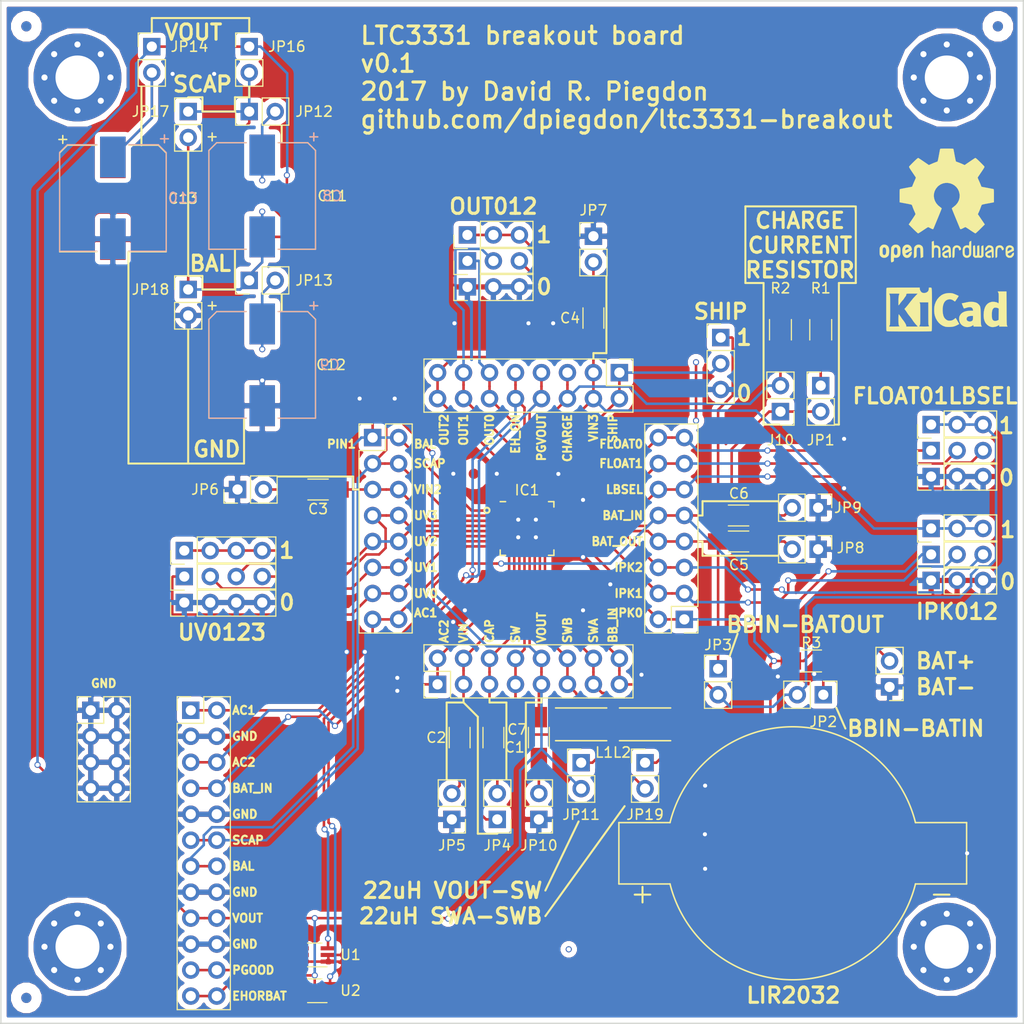
<source format=kicad_pcb>
(kicad_pcb (version 4) (host pcbnew 4.0.6)
  (layers (0 F.Cu signal) (31 B.Cu signal) (34 B.Paste user) (35 F.Paste user) (36 B.SilkS user) (37 F.SilkS user) (38 B.Mask user) (39 F.Mask user) (44 Edge.Cuts user))
  (net 0 "")
  (net 1 /BAT_IN)
  (net 2 GND)
  (net 3 /CAP)
  (net 4 "Net-(C1-Pad2)")
  (net 5 /VIN)
  (net 6 "Net-(C2-Pad2)")
  (net 7 /VIN2)
  (net 8 "Net-(C3-Pad2)")
  (net 9 /VIN3)
  (net 10 "Net-(C4-Pad2)")
  (net 11 /BAT_OUT)
  (net 12 "Net-(C5-Pad2)")
  (net 13 "Net-(C6-Pad2)")
  (net 14 /VOUT)
  (net 15 "Net-(C7-Pad2)")
  (net 16 "Net-(C11-Pad1)")
  (net 17 /BAL)
  (net 18 "Net-(C12-Pad1)")
  (net 19 "Net-(C10-Pad1)")
  (net 20 /SCAP)
  (net 21 /UV3)
  (net 22 /UV2)
  (net 23 /UV1)
  (net 24 /UV0)
  (net 25 /AC1)
  (net 26 /AC2)
  (net 27 /SW)
  (net 28 /SWB)
  (net 29 /SWA)
  (net 30 /BB_IN)
  (net 31 /IPK0)
  (net 32 /IPK1)
  (net 33 /IPK2)
  (net 34 /LBSEL)
  (net 35 /FLOAT1)
  (net 36 /FLOAT0)
  (net 37 /SHIP)
  (net 38 /CHARGE)
  (net 39 /PGVOUT)
  (net 40 /EH_ON)
  (net 41 /OUT0)
  (net 42 /OUT1)
  (net 43 /OUT2)
  (net 44 /PGOOD)
  (net 45 /EHORBAT)
  (net 46 "Net-(JP1-Pad1)")
  (net 47 "Net-(JP2-Pad1)")
  (net 48 "Net-(JP11-Pad1)")
  (net 49 "Net-(JP19-Pad1)")
  (net 50 "Net-(R1-Pad1)")
  (module Capacitors_SMD:C_1206_HandSoldering (layer F.Cu) (at 102.616 122.047 270)
    (fp_text reference C7 (at -0.797 2.116 540) (layer F.SilkS))
    (fp_text value "150uF 6.3V")
    (pad 1 smd rect (at -2 0 270) (size 2 1.6) (layers F.Cu F.Paste F.Mask) (net 14 /VOUT))
    (pad 2 smd rect (at 2 0 270) (size 2 1.6) (layers F.Cu F.Paste F.Mask) (net 15 "Net-(C7-Pad2)"))
  )
  (module Pin_Headers:Pin_Header_Straight_1x03_Pitch2.54mm (layer F.Cu) (at 120.396 82.931)
    (fp_text reference JP15 hide)
    (fp_text value Jumper_NC_Dual)
    (pad 1 thru_hole rect (at 0 0) (size 1.7 1.7) (drill 1) (layers *.Cu *.Mask) (net 1 /BAT_IN))
    (pad 2 thru_hole oval (at 0 2.54) (size 1.7 1.7) (drill 1) (layers *.Cu *.Mask) (net 37 /SHIP))
    (pad 3 thru_hole oval (at 0 5.08) (size 1.7 1.7) (drill 1) (layers *.Cu *.Mask) (net 2 GND))
  )
  (module footprints:fiducial_i.5mm_o1.5mm (layer B.Cu) (at 147.5 52.5)
    (fp_text reference FID** hide)
    (fp_text value fiducial_i.5mm_o1.5mm hide)
    (pad 1 smd circle (at 0 0) (size 1 1) (layers B.Cu B.Mask) (clearance 1))
  )
  (module footprints:fiducial_i.5mm_o1.5mm (layer B.Cu) (at 52.5 147.5)
    (fp_text reference FID** hide)
    (fp_text value fiducial_i.5mm_o1.5mm hide)
    (pad 1 smd circle (at 0 0) (size 1 1) (layers B.Cu B.Mask) (clearance 1))
  )
  (module footprints:fiducial_i.5mm_o1.5mm (layer B.Cu) (at 52.5 52.5)
    (fp_text reference FID** hide)
    (fp_text value fiducial_i.5mm_o1.5mm hide)
    (pad 1 smd circle (at 0 0) (size 1 1) (layers B.Cu B.Mask) (clearance 1))
  )
  (module footprints:fiducial_i.5mm_o1.5mm (layer F.Cu) (at 106.25 106.25)
    (fp_text reference FID** hide)
    (fp_text value fiducial_i.5mm_o1.5mm hide)
    (pad 1 smd circle (at 0 0) (size 1 1) (layers F.Cu F.Mask) (clearance 1))
  )
  (module footprints:fiducial_i.5mm_o1.5mm (layer F.Cu) (at 96.25 96.25)
    (fp_text reference FID** hide)
    (fp_text value fiducial_i.5mm_o1.5mm hide)
    (pad 1 smd circle (at 0 0) (size 1 1) (layers F.Cu F.Mask) (clearance 1))
  )
  (module footprints:fiducial_i.5mm_o1.5mm (layer F.Cu) (at 52.5 147.5)
    (fp_text reference FID** hide)
    (fp_text value fiducial_i.5mm_o1.5mm hide)
    (pad 1 smd circle (at 0 0) (size 1 1) (layers F.Cu F.Mask) (clearance 1))
  )
  (module footprints:fiducial_i.5mm_o1.5mm (layer F.Cu) (at 147.5 52.5)
    (fp_text reference FID** hide)
    (fp_text value fiducial_i.5mm_o1.5mm hide)
    (pad 1 smd circle (at 0 0) (size 1 1) (layers F.Cu F.Mask) (clearance 1))
  )
  (module Mounting_Holes:MountingHole_4.3mm_M4_Pad_Via (layer F.Cu) (at 142.5 57.5)
    (fp_text reference REF** hide)
    (fp_text value MountingHole_4.3mm_M4_Pad_Via)
    (pad 1 thru_hole circle (at 0 0) (size 8.6 8.6) (drill 4.3) (layers *.Cu *.Mask))
    (pad "" thru_hole circle (at 3.225 0) (size 0.7 0.7) (drill 0.6) (layers *.Cu *.Mask))
    (pad "" thru_hole circle (at 2.280419 2.280419) (size 0.7 0.7) (drill 0.6) (layers *.Cu *.Mask))
    (pad "" thru_hole circle (at 0 3.225) (size 0.7 0.7) (drill 0.6) (layers *.Cu *.Mask))
    (pad "" thru_hole circle (at -2.280419 2.280419) (size 0.7 0.7) (drill 0.6) (layers *.Cu *.Mask))
    (pad "" thru_hole circle (at -3.225 0) (size 0.7 0.7) (drill 0.6) (layers *.Cu *.Mask))
    (pad "" thru_hole circle (at -2.280419 -2.280419) (size 0.7 0.7) (drill 0.6) (layers *.Cu *.Mask))
    (pad "" thru_hole circle (at 0 -3.225) (size 0.7 0.7) (drill 0.6) (layers *.Cu *.Mask))
    (pad "" thru_hole circle (at 2.280419 -2.280419) (size 0.7 0.7) (drill 0.6) (layers *.Cu *.Mask))
  )
  (module Mounting_Holes:MountingHole_4.3mm_M4_Pad_Via (layer F.Cu) (at 142.5 142.5)
    (fp_text reference REF** hide)
    (fp_text value MountingHole_4.3mm_M4_Pad_Via)
    (pad 1 thru_hole circle (at 0 0) (size 8.6 8.6) (drill 4.3) (layers *.Cu *.Mask))
    (pad "" thru_hole circle (at 3.225 0) (size 0.7 0.7) (drill 0.6) (layers *.Cu *.Mask))
    (pad "" thru_hole circle (at 2.280419 2.280419) (size 0.7 0.7) (drill 0.6) (layers *.Cu *.Mask))
    (pad "" thru_hole circle (at 0 3.225) (size 0.7 0.7) (drill 0.6) (layers *.Cu *.Mask))
    (pad "" thru_hole circle (at -2.280419 2.280419) (size 0.7 0.7) (drill 0.6) (layers *.Cu *.Mask))
    (pad "" thru_hole circle (at -3.225 0) (size 0.7 0.7) (drill 0.6) (layers *.Cu *.Mask))
    (pad "" thru_hole circle (at -2.280419 -2.280419) (size 0.7 0.7) (drill 0.6) (layers *.Cu *.Mask))
    (pad "" thru_hole circle (at 0 -3.225) (size 0.7 0.7) (drill 0.6) (layers *.Cu *.Mask))
    (pad "" thru_hole circle (at 2.280419 -2.280419) (size 0.7 0.7) (drill 0.6) (layers *.Cu *.Mask))
  )
  (module Mounting_Holes:MountingHole_4.3mm_M4_Pad_Via (layer F.Cu) (at 57.5 142.5)
    (fp_text reference REF** hide)
    (fp_text value MountingHole_4.3mm_M4_Pad_Via)
    (pad 1 thru_hole circle (at 0 0) (size 8.6 8.6) (drill 4.3) (layers *.Cu *.Mask))
    (pad "" thru_hole circle (at 3.225 0) (size 0.7 0.7) (drill 0.6) (layers *.Cu *.Mask))
    (pad "" thru_hole circle (at 2.280419 2.280419) (size 0.7 0.7) (drill 0.6) (layers *.Cu *.Mask))
    (pad "" thru_hole circle (at 0 3.225) (size 0.7 0.7) (drill 0.6) (layers *.Cu *.Mask))
    (pad "" thru_hole circle (at -2.280419 2.280419) (size 0.7 0.7) (drill 0.6) (layers *.Cu *.Mask))
    (pad "" thru_hole circle (at -3.225 0) (size 0.7 0.7) (drill 0.6) (layers *.Cu *.Mask))
    (pad "" thru_hole circle (at -2.280419 -2.280419) (size 0.7 0.7) (drill 0.6) (layers *.Cu *.Mask))
    (pad "" thru_hole circle (at 0 -3.225) (size 0.7 0.7) (drill 0.6) (layers *.Cu *.Mask))
    (pad "" thru_hole circle (at 2.280419 -2.280419) (size 0.7 0.7) (drill 0.6) (layers *.Cu *.Mask))
  )
  (module Capacitors_SMD:CP_Elec_10x10 (layer F.Cu) (at 75.565 85.598 270)
    (fp_text reference C12 (at 0 -6.731 360) (layer F.SilkS))
    (fp_text value DNP)
    (fp_text user + (at -5.78 4.97 270) (layer F.SilkS))
    (pad 1 smd rect (at -4 0 90) (size 4 2.5) (layers F.Cu F.Paste F.Mask) (net 18 "Net-(C12-Pad1)"))
    (pad 2 smd rect (at 4 0 90) (size 4 2.5) (layers F.Cu F.Paste F.Mask) (net 2 GND))
  )
  (module footprints:SMTU-2032-LF (layer F.Cu) (at 127.44 133.358)
    (fp_text reference BT1 hide)
    (fp_text value CR2032)
    (fp_text user - (at 14.56 3.892) (layer F.SilkS) (effects (font (size 2 2) (thickness 0.2))))
    (fp_text user + (at -14.69 3.892) (layer F.SilkS) (effects (font (size 2 2) (thickness 0.2))))
    (pad 1 smd rect (at -14.7 0) (size 2.6 3.5) (layers F.Cu F.Paste F.Mask) (net 1 /BAT_IN))
    (pad 2 smd rect (at 14.7 0) (size 2.6 3.5) (layers F.Cu F.Paste F.Mask) (net 2 GND))
  )
  (module Capacitors_SMD:C_1206_HandSoldering (layer F.Cu) (at 98.171 122.047 270)
    (fp_text reference C1 (at 0.953 -2.079 360) (layer F.SilkS))
    (fp_text value "1uF 6.3V")
    (pad 1 smd rect (at -2 0 270) (size 2 1.6) (layers F.Cu F.Paste F.Mask) (net 3 /CAP))
    (pad 2 smd rect (at 2 0 270) (size 2 1.6) (layers F.Cu F.Paste F.Mask) (net 4 "Net-(C1-Pad2)"))
  )
  (module Capacitors_SMD:C_1206_HandSoldering (layer F.Cu) (at 94.869 122.047 270)
    (fp_text reference C2 (at 0 2.286 360) (layer F.SilkS))
    (fp_text value "22uF 25V")
    (pad 1 smd rect (at -2 0 270) (size 2 1.6) (layers F.Cu F.Paste F.Mask) (net 5 /VIN))
    (pad 2 smd rect (at 2 0 270) (size 2 1.6) (layers F.Cu F.Paste F.Mask) (net 6 "Net-(C2-Pad2)"))
  )
  (module Capacitors_SMD:C_1206_HandSoldering (layer F.Cu) (at 81.026 97.79 180)
    (fp_text reference C3 (at 0 -1.905 180) (layer F.SilkS))
    (fp_text value "4.7uF 6.3V")
    (pad 1 smd rect (at -2 0 180) (size 2 1.6) (layers F.Cu F.Paste F.Mask) (net 7 /VIN2))
    (pad 2 smd rect (at 2 0 180) (size 2 1.6) (layers F.Cu F.Paste F.Mask) (net 8 "Net-(C3-Pad2)"))
  )
  (module Capacitors_SMD:C_1206_HandSoldering (layer F.Cu) (at 107.95 81.026 90)
    (fp_text reference C4 (at 0 -2.286 360) (layer F.SilkS))
    (fp_text value "0.1uF 10V")
    (pad 1 smd rect (at -2 0 90) (size 2 1.6) (layers F.Cu F.Paste F.Mask) (net 9 /VIN3))
    (pad 2 smd rect (at 2 0 90) (size 2 1.6) (layers F.Cu F.Paste F.Mask) (net 10 "Net-(C4-Pad2)"))
  )
  (module Capacitors_SMD:C_1206_HandSoldering (layer F.Cu) (at 122.142 102.87)
    (fp_text reference C5 (at 0.032 2.286 180) (layer F.SilkS))
    (fp_text value "22uF 6.3V")
    (pad 1 smd rect (at -2 0) (size 2 1.6) (layers F.Cu F.Paste F.Mask) (net 11 /BAT_OUT))
    (pad 2 smd rect (at 2 0) (size 2 1.6) (layers F.Cu F.Paste F.Mask) (net 12 "Net-(C5-Pad2)"))
  )
  (module Capacitors_SMD:C_1206_HandSoldering (layer F.Cu) (at 122.142 100.33)
    (fp_text reference C6 (at 0.032 -2.159) (layer F.SilkS))
    (fp_text value "4.7uF 6.3V")
    (pad 1 smd rect (at -2 0) (size 2 1.6) (layers F.Cu F.Paste F.Mask) (net 1 /BAT_IN))
    (pad 2 smd rect (at 2 0) (size 2 1.6) (layers F.Cu F.Paste F.Mask) (net 13 "Net-(C6-Pad2)"))
  )
  (module Capacitors_SMD:CP_Elec_10x10 (layer B.Cu) (at 75.565 69.088 270)
    (fp_text reference C8 (at 0 -6.858 360) (layer B.SilkS) (effects (justify mirror)))
    (fp_text value DNP)
    (fp_text user + (at -5.78 -4.97 270) (layer B.SilkS) (effects (justify mirror)))
    (pad 1 smd rect (at -4 0 90) (size 4 2.5) (layers B.Cu B.Paste B.Mask) (net 16 "Net-(C11-Pad1)"))
    (pad 2 smd rect (at 4 0 90) (size 4 2.5) (layers B.Cu B.Paste B.Mask) (net 17 /BAL))
  )
  (module Capacitors_SMD:CP_Elec_10x10 (layer B.Cu) (at 75.565 85.598 270)
    (fp_text reference C9 (at 0 -6.604 360) (layer B.SilkS) (effects (justify mirror)))
    (fp_text value DNP)
    (fp_text user + (at -5.78 -4.97 270) (layer B.SilkS) (effects (justify mirror)))
    (pad 1 smd rect (at -4 0 90) (size 4 2.5) (layers B.Cu B.Paste B.Mask) (net 18 "Net-(C12-Pad1)"))
    (pad 2 smd rect (at 4 0 90) (size 4 2.5) (layers B.Cu B.Paste B.Mask) (net 2 GND))
  )
  (module Capacitors_SMD:CP_Elec_10x10 (layer B.Cu) (at 60.96 69.278 270)
    (fp_text reference C10 (at 0 -6.858 360) (layer B.SilkS) (effects (justify mirror)))
    (fp_text value DNP)
    (fp_text user + (at -5.78 -4.97 270) (layer B.SilkS) (effects (justify mirror)))
    (pad 1 smd rect (at -4 0 90) (size 4 2.5) (layers B.Cu B.Paste B.Mask) (net 19 "Net-(C10-Pad1)"))
    (pad 2 smd rect (at 4 0 90) (size 4 2.5) (layers B.Cu B.Paste B.Mask) (net 2 GND))
  )
  (module Capacitors_SMD:CP_Elec_10x10 (layer F.Cu) (at 75.565 69.088 270)
    (fp_text reference C11 (at 0 -6.858 360) (layer F.SilkS))
    (fp_text value DNP)
    (fp_text user + (at -5.78 4.97 270) (layer F.SilkS))
    (pad 1 smd rect (at -4 0 90) (size 4 2.5) (layers F.Cu F.Paste F.Mask) (net 16 "Net-(C11-Pad1)"))
    (pad 2 smd rect (at 4 0 90) (size 4 2.5) (layers F.Cu F.Paste F.Mask) (net 17 /BAL))
  )
  (module Capacitors_SMD:CP_Elec_10x10 (layer F.Cu) (at 60.96 69.342 270)
    (fp_text reference C13 (at 0 -6.858 360) (layer F.SilkS))
    (fp_text value DNP)
    (fp_text user + (at -5.78 4.97 270) (layer F.SilkS))
    (pad 1 smd rect (at -4 0 90) (size 4 2.5) (layers F.Cu F.Paste F.Mask) (net 19 "Net-(C10-Pad1)"))
    (pad 2 smd rect (at 4 0 90) (size 4 2.5) (layers F.Cu F.Paste F.Mask) (net 2 GND))
  )
  (module Housings_DFN_QFN:QFN-32-1EP_5x5mm_Pitch0.5mm (layer F.Cu) (at 101.46 101.6)
    (fp_text reference IC1 (at 0 -3.75) (layer F.SilkS))
    (fp_text value LTC3331)
    (pad 1 smd rect (at -2.4 -1.75) (size 0.7 0.25) (layers F.Cu F.Paste F.Mask) (net 17 /BAL))
    (pad 2 smd rect (at -2.4 -1.25) (size 0.7 0.25) (layers F.Cu F.Paste F.Mask) (net 20 /SCAP))
    (pad 3 smd rect (at -2.4 -0.75) (size 0.7 0.25) (layers F.Cu F.Paste F.Mask) (net 7 /VIN2))
    (pad 4 smd rect (at -2.4 -0.25) (size 0.7 0.25) (layers F.Cu F.Paste F.Mask) (net 21 /UV3))
    (pad 5 smd rect (at -2.4 0.25) (size 0.7 0.25) (layers F.Cu F.Paste F.Mask) (net 22 /UV2))
    (pad 6 smd rect (at -2.4 0.75) (size 0.7 0.25) (layers F.Cu F.Paste F.Mask) (net 23 /UV1))
    (pad 7 smd rect (at -2.4 1.25) (size 0.7 0.25) (layers F.Cu F.Paste F.Mask) (net 24 /UV0))
    (pad 8 smd rect (at -2.4 1.75) (size 0.7 0.25) (layers F.Cu F.Paste F.Mask) (net 25 /AC1))
    (pad 9 smd rect (at -1.75 2.4 90) (size 0.7 0.25) (layers F.Cu F.Paste F.Mask) (net 26 /AC2))
    (pad 10 smd rect (at -1.25 2.4 90) (size 0.7 0.25) (layers F.Cu F.Paste F.Mask) (net 5 /VIN))
    (pad 11 smd rect (at -0.75 2.4 90) (size 0.7 0.25) (layers F.Cu F.Paste F.Mask) (net 3 /CAP))
    (pad 12 smd rect (at -0.25 2.4 90) (size 0.7 0.25) (layers F.Cu F.Paste F.Mask) (net 27 /SW))
    (pad 13 smd rect (at 0.25 2.4 90) (size 0.7 0.25) (layers F.Cu F.Paste F.Mask) (net 14 /VOUT))
    (pad 14 smd rect (at 0.75 2.4 90) (size 0.7 0.25) (layers F.Cu F.Paste F.Mask) (net 28 /SWB))
    (pad 15 smd rect (at 1.25 2.4 90) (size 0.7 0.25) (layers F.Cu F.Paste F.Mask) (net 29 /SWA))
    (pad 16 smd rect (at 1.75 2.4 90) (size 0.7 0.25) (layers F.Cu F.Paste F.Mask) (net 30 /BB_IN))
    (pad 17 smd rect (at 2.4 1.75) (size 0.7 0.25) (layers F.Cu F.Paste F.Mask) (net 31 /IPK0))
    (pad 18 smd rect (at 2.4 1.25) (size 0.7 0.25) (layers F.Cu F.Paste F.Mask) (net 32 /IPK1))
    (pad 19 smd rect (at 2.4 0.75) (size 0.7 0.25) (layers F.Cu F.Paste F.Mask) (net 33 /IPK2))
    (pad 20 smd rect (at 2.4 0.25) (size 0.7 0.25) (layers F.Cu F.Paste F.Mask) (net 11 /BAT_OUT))
    (pad 21 smd rect (at 2.4 -0.25) (size 0.7 0.25) (layers F.Cu F.Paste F.Mask) (net 1 /BAT_IN))
    (pad 22 smd rect (at 2.4 -0.75) (size 0.7 0.25) (layers F.Cu F.Paste F.Mask) (net 34 /LBSEL))
    (pad 23 smd rect (at 2.4 -1.25) (size 0.7 0.25) (layers F.Cu F.Paste F.Mask) (net 35 /FLOAT1))
    (pad 24 smd rect (at 2.4 -1.75) (size 0.7 0.25) (layers F.Cu F.Paste F.Mask) (net 36 /FLOAT0))
    (pad 25 smd rect (at 1.75 -2.4 90) (size 0.7 0.25) (layers F.Cu F.Paste F.Mask) (net 37 /SHIP))
    (pad 26 smd rect (at 1.25 -2.4 90) (size 0.7 0.25) (layers F.Cu F.Paste F.Mask) (net 9 /VIN3))
    (pad 27 smd rect (at 0.75 -2.4 90) (size 0.7 0.25) (layers F.Cu F.Paste F.Mask) (net 38 /CHARGE))
    (pad 28 smd rect (at 0.25 -2.4 90) (size 0.7 0.25) (layers F.Cu F.Paste F.Mask) (net 39 /PGVOUT))
    (pad 29 smd rect (at -0.25 -2.4 90) (size 0.7 0.25) (layers F.Cu F.Paste F.Mask) (net 40 /EH_ON))
    (pad 30 smd rect (at -0.75 -2.4 90) (size 0.7 0.25) (layers F.Cu F.Paste F.Mask) (net 41 /OUT0))
    (pad 31 smd rect (at -1.25 -2.4 90) (size 0.7 0.25) (layers F.Cu F.Paste F.Mask) (net 42 /OUT1))
    (pad 32 smd rect (at -1.75 -2.4 90) (size 0.7 0.25) (layers F.Cu F.Paste F.Mask) (net 43 /OUT2))
    (pad 33 smd rect (at 0.8625 0.8625) (size 1.725 1.725) (layers F.Cu F.Paste F.Mask) (net 2 GND))
    (pad 33 smd rect (at 0.8625 -0.8625) (size 1.725 1.725) (layers F.Cu F.Paste F.Mask) (net 2 GND))
    (pad 33 smd rect (at -0.8625 0.8625) (size 1.725 1.725) (layers F.Cu F.Paste F.Mask) (net 2 GND))
    (pad 33 smd rect (at -0.8625 -0.8625) (size 1.725 1.725) (layers F.Cu F.Paste F.Mask) (net 2 GND))
  )
  (module Pin_Headers:Pin_Header_Straight_1x04_Pitch2.54mm (layer F.Cu) (at 67.945 108.839 90)
    (fp_text reference J1 hide)
    (fp_text value CONN_01X04)
    (pad 1 thru_hole rect (at 0 0 90) (size 1.7 1.7) (drill 1) (layers *.Cu *.Mask) (net 2 GND))
    (pad 2 thru_hole oval (at 0 2.54 90) (size 1.7 1.7) (drill 1) (layers *.Cu *.Mask) (net 2 GND))
    (pad 3 thru_hole oval (at 0 5.08 90) (size 1.7 1.7) (drill 1) (layers *.Cu *.Mask) (net 2 GND))
    (pad 4 thru_hole oval (at 0 7.62 90) (size 1.7 1.7) (drill 1) (layers *.Cu *.Mask) (net 2 GND))
  )
  (module Pin_Headers:Pin_Header_Straight_1x03_Pitch2.54mm (layer F.Cu) (at 140.97 106.68 90)
    (fp_text reference J2 hide)
    (fp_text value CONN_01X03)
    (pad 1 thru_hole rect (at 0 0 90) (size 1.7 1.7) (drill 1) (layers *.Cu *.Mask) (net 2 GND))
    (pad 2 thru_hole oval (at 0 2.54 90) (size 1.7 1.7) (drill 1) (layers *.Cu *.Mask) (net 2 GND))
    (pad 3 thru_hole oval (at 0 5.08 90) (size 1.7 1.7) (drill 1) (layers *.Cu *.Mask) (net 2 GND))
  )
  (module Pin_Headers:Pin_Header_Straight_1x03_Pitch2.54mm (layer F.Cu) (at 140.97 96.520001 90)
    (fp_text reference J3 hide)
    (fp_text value CONN_01X03)
    (pad 1 thru_hole rect (at 0 0 90) (size 1.7 1.7) (drill 1) (layers *.Cu *.Mask) (net 2 GND))
    (pad 2 thru_hole oval (at 0 2.54 90) (size 1.7 1.7) (drill 1) (layers *.Cu *.Mask) (net 2 GND))
    (pad 3 thru_hole oval (at 0 5.08 90) (size 1.7 1.7) (drill 1) (layers *.Cu *.Mask) (net 2 GND))
  )
  (module Pin_Headers:Pin_Header_Straight_1x03_Pitch2.54mm (layer F.Cu) (at 95.631 77.978 90)
    (fp_text reference J4 hide)
    (fp_text value CONN_01X03)
    (pad 1 thru_hole rect (at 0 0 90) (size 1.7 1.7) (drill 1) (layers *.Cu *.Mask) (net 2 GND))
    (pad 2 thru_hole oval (at 0 2.54 90) (size 1.7 1.7) (drill 1) (layers *.Cu *.Mask) (net 2 GND))
    (pad 3 thru_hole oval (at 0 5.08 90) (size 1.7 1.7) (drill 1) (layers *.Cu *.Mask) (net 2 GND))
  )
  (module Pin_Headers:Pin_Header_Straight_1x02_Pitch2.54mm (layer F.Cu) (at 136.906 117.094 180)
    (fp_text reference J5 hide)
    (fp_text value CONN_01X02)
    (pad 1 thru_hole rect (at 0 0 180) (size 1.7 1.7) (drill 1) (layers *.Cu *.Mask) (net 2 GND))
    (pad 2 thru_hole oval (at 0 2.54 180) (size 1.7 1.7) (drill 1) (layers *.Cu *.Mask) (net 1 /BAT_IN))
  )
  (module Pin_Headers:Pin_Header_Straight_1x04_Pitch2.54mm (layer F.Cu) (at 67.945 106.299 90)
    (fp_text reference J6 hide)
    (fp_text value CONN_01X04)
    (pad 1 thru_hole rect (at 0 0 90) (size 1.7 1.7) (drill 1) (layers *.Cu *.Mask) (net 24 /UV0))
    (pad 2 thru_hole oval (at 0 2.54 90) (size 1.7 1.7) (drill 1) (layers *.Cu *.Mask) (net 23 /UV1))
    (pad 3 thru_hole oval (at 0 5.08 90) (size 1.7 1.7) (drill 1) (layers *.Cu *.Mask) (net 22 /UV2))
    (pad 4 thru_hole oval (at 0 7.62 90) (size 1.7 1.7) (drill 1) (layers *.Cu *.Mask) (net 21 /UV3))
  )
  (module Pin_Headers:Pin_Header_Straight_1x03_Pitch2.54mm (layer F.Cu) (at 140.97 104.14 90)
    (fp_text reference J7 hide)
    (fp_text value CONN_01X03)
    (pad 1 thru_hole rect (at 0 0 90) (size 1.7 1.7) (drill 1) (layers *.Cu *.Mask) (net 31 /IPK0))
    (pad 2 thru_hole oval (at 0 2.54 90) (size 1.7 1.7) (drill 1) (layers *.Cu *.Mask) (net 32 /IPK1))
    (pad 3 thru_hole oval (at 0 5.08 90) (size 1.7 1.7) (drill 1) (layers *.Cu *.Mask) (net 33 /IPK2))
  )
  (module Pin_Headers:Pin_Header_Straight_1x03_Pitch2.54mm (layer F.Cu) (at 140.97 93.979999 90)
    (fp_text reference J8 hide)
    (fp_text value CONN_01X03)
    (pad 1 thru_hole rect (at 0 0 90) (size 1.7 1.7) (drill 1) (layers *.Cu *.Mask) (net 36 /FLOAT0))
    (pad 2 thru_hole oval (at 0 2.54 90) (size 1.7 1.7) (drill 1) (layers *.Cu *.Mask) (net 35 /FLOAT1))
    (pad 3 thru_hole oval (at 0 5.08 90) (size 1.7 1.7) (drill 1) (layers *.Cu *.Mask) (net 34 /LBSEL))
  )
  (module Pin_Headers:Pin_Header_Straight_1x03_Pitch2.54mm (layer F.Cu) (at 95.631 75.438 90)
    (fp_text reference J9 hide)
    (fp_text value CONN_01X03)
    (pad 1 thru_hole rect (at 0 0 90) (size 1.7 1.7) (drill 1) (layers *.Cu *.Mask) (net 41 /OUT0))
    (pad 2 thru_hole oval (at 0 2.54 90) (size 1.7 1.7) (drill 1) (layers *.Cu *.Mask) (net 42 /OUT1))
    (pad 3 thru_hole oval (at 0 5.08 90) (size 1.7 1.7) (drill 1) (layers *.Cu *.Mask) (net 43 /OUT2))
  )
  (module Pin_Headers:Pin_Header_Straight_1x02_Pitch2.54mm (layer F.Cu) (at 126.238 90.17 180)
    (fp_text reference J10 (at 0 -2.794 360) (layer F.SilkS))
    (fp_text value CONN_01X02_FEMALE)
    (pad 1 thru_hole rect (at 0 0 180) (size 1.7 1.7) (drill 1) (layers *.Cu *.Mask) (net 11 /BAT_OUT))
    (pad 2 thru_hole oval (at 0 2.54 180) (size 1.7 1.7) (drill 1) (layers *.Cu *.Mask) (net 38 /CHARGE))
  )
  (module Pin_Headers:Pin_Header_Straight_1x04_Pitch2.54mm (layer F.Cu) (at 67.945 103.759 90)
    (fp_text reference J11 hide)
    (fp_text value CONN_01X04)
    (pad 1 thru_hole rect (at 0 0 90) (size 1.7 1.7) (drill 1) (layers *.Cu *.Mask) (net 7 /VIN2))
    (pad 2 thru_hole oval (at 0 2.54 90) (size 1.7 1.7) (drill 1) (layers *.Cu *.Mask) (net 7 /VIN2))
    (pad 3 thru_hole oval (at 0 5.08 90) (size 1.7 1.7) (drill 1) (layers *.Cu *.Mask) (net 7 /VIN2))
    (pad 4 thru_hole oval (at 0 7.62 90) (size 1.7 1.7) (drill 1) (layers *.Cu *.Mask) (net 7 /VIN2))
  )
  (module Pin_Headers:Pin_Header_Straight_1x03_Pitch2.54mm (layer F.Cu) (at 140.97 101.6 90)
    (fp_text reference J12 hide)
    (fp_text value CONN_01X03)
    (pad 1 thru_hole rect (at 0 0 90) (size 1.7 1.7) (drill 1) (layers *.Cu *.Mask) (net 9 /VIN3))
    (pad 2 thru_hole oval (at 0 2.54 90) (size 1.7 1.7) (drill 1) (layers *.Cu *.Mask) (net 9 /VIN3))
    (pad 3 thru_hole oval (at 0 5.08 90) (size 1.7 1.7) (drill 1) (layers *.Cu *.Mask) (net 9 /VIN3))
  )
  (module Pin_Headers:Pin_Header_Straight_1x03_Pitch2.54mm (layer F.Cu) (at 140.97 91.44 90)
    (fp_text reference J13 hide)
    (fp_text value CONN_01X03)
    (pad 1 thru_hole rect (at 0 0 90) (size 1.7 1.7) (drill 1) (layers *.Cu *.Mask) (net 30 /BB_IN))
    (pad 2 thru_hole oval (at 0 2.54 90) (size 1.7 1.7) (drill 1) (layers *.Cu *.Mask) (net 30 /BB_IN))
    (pad 3 thru_hole oval (at 0 5.08 90) (size 1.7 1.7) (drill 1) (layers *.Cu *.Mask) (net 30 /BB_IN))
  )
  (module Pin_Headers:Pin_Header_Straight_1x03_Pitch2.54mm (layer F.Cu) (at 95.631 72.898 90)
    (fp_text reference J14 hide)
    (fp_text value CONN_01X03)
    (pad 1 thru_hole rect (at 0 0 90) (size 1.7 1.7) (drill 1) (layers *.Cu *.Mask) (net 9 /VIN3))
    (pad 2 thru_hole oval (at 0 2.54 90) (size 1.7 1.7) (drill 1) (layers *.Cu *.Mask) (net 9 /VIN3))
    (pad 3 thru_hole oval (at 0 5.08 90) (size 1.7 1.7) (drill 1) (layers *.Cu *.Mask) (net 9 /VIN3))
  )
  (module Pin_Headers:Pin_Header_Straight_2x12_Pitch2.54mm (layer F.Cu) (at 68.58 119.38)
    (fp_text reference J15 hide)
    (fp_text value CONN_02X12)
    (pad 1 thru_hole rect (at 0 0) (size 1.7 1.7) (drill 1) (layers *.Cu *.Mask) (net 25 /AC1))
    (pad 2 thru_hole oval (at 2.54 0) (size 1.7 1.7) (drill 1) (layers *.Cu *.Mask) (net 25 /AC1))
    (pad 3 thru_hole oval (at 0 2.54) (size 1.7 1.7) (drill 1) (layers *.Cu *.Mask) (net 2 GND))
    (pad 4 thru_hole oval (at 2.54 2.54) (size 1.7 1.7) (drill 1) (layers *.Cu *.Mask) (net 2 GND))
    (pad 5 thru_hole oval (at 0 5.08) (size 1.7 1.7) (drill 1) (layers *.Cu *.Mask) (net 26 /AC2))
    (pad 6 thru_hole oval (at 2.54 5.08) (size 1.7 1.7) (drill 1) (layers *.Cu *.Mask) (net 26 /AC2))
    (pad 7 thru_hole oval (at 0 7.62) (size 1.7 1.7) (drill 1) (layers *.Cu *.Mask) (net 1 /BAT_IN))
    (pad 8 thru_hole oval (at 2.54 7.62) (size 1.7 1.7) (drill 1) (layers *.Cu *.Mask) (net 1 /BAT_IN))
    (pad 9 thru_hole oval (at 0 10.16) (size 1.7 1.7) (drill 1) (layers *.Cu *.Mask) (net 2 GND))
    (pad 10 thru_hole oval (at 2.54 10.16) (size 1.7 1.7) (drill 1) (layers *.Cu *.Mask) (net 2 GND))
    (pad 11 thru_hole oval (at 0 12.7) (size 1.7 1.7) (drill 1) (layers *.Cu *.Mask) (net 20 /SCAP))
    (pad 12 thru_hole oval (at 2.54 12.7) (size 1.7 1.7) (drill 1) (layers *.Cu *.Mask) (net 20 /SCAP))
    (pad 13 thru_hole oval (at 0 15.24) (size 1.7 1.7) (drill 1) (layers *.Cu *.Mask) (net 17 /BAL))
    (pad 14 thru_hole oval (at 2.54 15.24) (size 1.7 1.7) (drill 1) (layers *.Cu *.Mask) (net 17 /BAL))
    (pad 15 thru_hole oval (at 0 17.78) (size 1.7 1.7) (drill 1) (layers *.Cu *.Mask) (net 2 GND))
    (pad 16 thru_hole oval (at 2.54 17.78) (size 1.7 1.7) (drill 1) (layers *.Cu *.Mask) (net 2 GND))
    (pad 17 thru_hole oval (at 0 20.32) (size 1.7 1.7) (drill 1) (layers *.Cu *.Mask) (net 14 /VOUT))
    (pad 18 thru_hole oval (at 2.54 20.32) (size 1.7 1.7) (drill 1) (layers *.Cu *.Mask) (net 14 /VOUT))
    (pad 19 thru_hole oval (at 0 22.86) (size 1.7 1.7) (drill 1) (layers *.Cu *.Mask) (net 2 GND))
    (pad 20 thru_hole oval (at 2.54 22.86) (size 1.7 1.7) (drill 1) (layers *.Cu *.Mask) (net 2 GND))
    (pad 21 thru_hole oval (at 0 25.4) (size 1.7 1.7) (drill 1) (layers *.Cu *.Mask) (net 44 /PGOOD))
    (pad 22 thru_hole oval (at 2.54 25.4) (size 1.7 1.7) (drill 1) (layers *.Cu *.Mask) (net 44 /PGOOD))
    (pad 23 thru_hole oval (at 0 27.94) (size 1.7 1.7) (drill 1) (layers *.Cu *.Mask) (net 45 /EHORBAT))
    (pad 24 thru_hole oval (at 2.54 27.94) (size 1.7 1.7) (drill 1) (layers *.Cu *.Mask) (net 45 /EHORBAT))
  )
  (module Pin_Headers:Pin_Header_Straight_2x08_Pitch2.54mm (layer F.Cu) (at 86.36 92.71)
    (fp_text reference J16 hide)
    (fp_text value CONN_02X08)
    (pad 1 thru_hole rect (at 0 0) (size 1.7 1.7) (drill 1) (layers *.Cu *.Mask) (net 17 /BAL))
    (pad 2 thru_hole oval (at 2.54 0) (size 1.7 1.7) (drill 1) (layers *.Cu *.Mask) (net 17 /BAL))
    (pad 3 thru_hole oval (at 0 2.54) (size 1.7 1.7) (drill 1) (layers *.Cu *.Mask) (net 20 /SCAP))
    (pad 4 thru_hole oval (at 2.54 2.54) (size 1.7 1.7) (drill 1) (layers *.Cu *.Mask) (net 20 /SCAP))
    (pad 5 thru_hole oval (at 0 5.08) (size 1.7 1.7) (drill 1) (layers *.Cu *.Mask) (net 7 /VIN2))
    (pad 6 thru_hole oval (at 2.54 5.08) (size 1.7 1.7) (drill 1) (layers *.Cu *.Mask) (net 7 /VIN2))
    (pad 7 thru_hole oval (at 0 7.62) (size 1.7 1.7) (drill 1) (layers *.Cu *.Mask) (net 21 /UV3))
    (pad 8 thru_hole oval (at 2.54 7.62) (size 1.7 1.7) (drill 1) (layers *.Cu *.Mask) (net 21 /UV3))
    (pad 9 thru_hole oval (at 0 10.16) (size 1.7 1.7) (drill 1) (layers *.Cu *.Mask) (net 22 /UV2))
    (pad 10 thru_hole oval (at 2.54 10.16) (size 1.7 1.7) (drill 1) (layers *.Cu *.Mask) (net 22 /UV2))
    (pad 11 thru_hole oval (at 0 12.7) (size 1.7 1.7) (drill 1) (layers *.Cu *.Mask) (net 23 /UV1))
    (pad 12 thru_hole oval (at 2.54 12.7) (size 1.7 1.7) (drill 1) (layers *.Cu *.Mask) (net 23 /UV1))
    (pad 13 thru_hole oval (at 0 15.24) (size 1.7 1.7) (drill 1) (layers *.Cu *.Mask) (net 24 /UV0))
    (pad 14 thru_hole oval (at 2.54 15.24) (size 1.7 1.7) (drill 1) (layers *.Cu *.Mask) (net 24 /UV0))
    (pad 15 thru_hole oval (at 0 17.78) (size 1.7 1.7) (drill 1) (layers *.Cu *.Mask) (net 25 /AC1))
    (pad 16 thru_hole oval (at 2.54 17.78) (size 1.7 1.7) (drill 1) (layers *.Cu *.Mask) (net 25 /AC1))
  )
  (module Pin_Headers:Pin_Header_Straight_2x08_Pitch2.54mm (layer F.Cu) (at 92.71 116.84 90)
    (fp_text reference J17 hide)
    (fp_text value CONN_02X08)
    (pad 1 thru_hole rect (at 0 0 90) (size 1.7 1.7) (drill 1) (layers *.Cu *.Mask) (net 26 /AC2))
    (pad 2 thru_hole oval (at 2.54 0 90) (size 1.7 1.7) (drill 1) (layers *.Cu *.Mask) (net 26 /AC2))
    (pad 3 thru_hole oval (at 0 2.54 90) (size 1.7 1.7) (drill 1) (layers *.Cu *.Mask) (net 5 /VIN))
    (pad 4 thru_hole oval (at 2.54 2.54 90) (size 1.7 1.7) (drill 1) (layers *.Cu *.Mask) (net 5 /VIN))
    (pad 5 thru_hole oval (at 0 5.08 90) (size 1.7 1.7) (drill 1) (layers *.Cu *.Mask) (net 3 /CAP))
    (pad 6 thru_hole oval (at 2.54 5.08 90) (size 1.7 1.7) (drill 1) (layers *.Cu *.Mask) (net 3 /CAP))
    (pad 7 thru_hole oval (at 0 7.62 90) (size 1.7 1.7) (drill 1) (layers *.Cu *.Mask) (net 27 /SW))
    (pad 8 thru_hole oval (at 2.54 7.62 90) (size 1.7 1.7) (drill 1) (layers *.Cu *.Mask) (net 27 /SW))
    (pad 9 thru_hole oval (at 0 10.16 90) (size 1.7 1.7) (drill 1) (layers *.Cu *.Mask) (net 14 /VOUT))
    (pad 10 thru_hole oval (at 2.54 10.16 90) (size 1.7 1.7) (drill 1) (layers *.Cu *.Mask) (net 14 /VOUT))
    (pad 11 thru_hole oval (at 0 12.7 90) (size 1.7 1.7) (drill 1) (layers *.Cu *.Mask) (net 28 /SWB))
    (pad 12 thru_hole oval (at 2.54 12.7 90) (size 1.7 1.7) (drill 1) (layers *.Cu *.Mask) (net 28 /SWB))
    (pad 13 thru_hole oval (at 0 15.24 90) (size 1.7 1.7) (drill 1) (layers *.Cu *.Mask) (net 29 /SWA))
    (pad 14 thru_hole oval (at 2.54 15.24 90) (size 1.7 1.7) (drill 1) (layers *.Cu *.Mask) (net 29 /SWA))
    (pad 15 thru_hole oval (at 0 17.78 90) (size 1.7 1.7) (drill 1) (layers *.Cu *.Mask) (net 30 /BB_IN))
    (pad 16 thru_hole oval (at 2.54 17.78 90) (size 1.7 1.7) (drill 1) (layers *.Cu *.Mask) (net 30 /BB_IN))
  )
  (module Pin_Headers:Pin_Header_Straight_2x08_Pitch2.54mm (layer F.Cu) (at 116.84 110.49 180)
    (fp_text reference J18 hide)
    (fp_text value CONN_02X08)
    (pad 1 thru_hole rect (at 0 0 180) (size 1.7 1.7) (drill 1) (layers *.Cu *.Mask) (net 31 /IPK0))
    (pad 2 thru_hole oval (at 2.54 0 180) (size 1.7 1.7) (drill 1) (layers *.Cu *.Mask) (net 31 /IPK0))
    (pad 3 thru_hole oval (at 0 2.54 180) (size 1.7 1.7) (drill 1) (layers *.Cu *.Mask) (net 32 /IPK1))
    (pad 4 thru_hole oval (at 2.54 2.54 180) (size 1.7 1.7) (drill 1) (layers *.Cu *.Mask) (net 32 /IPK1))
    (pad 5 thru_hole oval (at 0 5.08 180) (size 1.7 1.7) (drill 1) (layers *.Cu *.Mask) (net 33 /IPK2))
    (pad 6 thru_hole oval (at 2.54 5.08 180) (size 1.7 1.7) (drill 1) (layers *.Cu *.Mask) (net 33 /IPK2))
    (pad 7 thru_hole oval (at 0 7.62 180) (size 1.7 1.7) (drill 1) (layers *.Cu *.Mask) (net 11 /BAT_OUT))
    (pad 8 thru_hole oval (at 2.54 7.62 180) (size 1.7 1.7) (drill 1) (layers *.Cu *.Mask) (net 11 /BAT_OUT))
    (pad 9 thru_hole oval (at 0 10.16 180) (size 1.7 1.7) (drill 1) (layers *.Cu *.Mask) (net 1 /BAT_IN))
    (pad 10 thru_hole oval (at 2.54 10.16 180) (size 1.7 1.7) (drill 1) (layers *.Cu *.Mask) (net 1 /BAT_IN))
    (pad 11 thru_hole oval (at 0 12.7 180) (size 1.7 1.7) (drill 1) (layers *.Cu *.Mask) (net 34 /LBSEL))
    (pad 12 thru_hole oval (at 2.54 12.7 180) (size 1.7 1.7) (drill 1) (layers *.Cu *.Mask) (net 34 /LBSEL))
    (pad 13 thru_hole oval (at 0 15.24 180) (size 1.7 1.7) (drill 1) (layers *.Cu *.Mask) (net 35 /FLOAT1))
    (pad 14 thru_hole oval (at 2.54 15.24 180) (size 1.7 1.7) (drill 1) (layers *.Cu *.Mask) (net 35 /FLOAT1))
    (pad 15 thru_hole oval (at 0 17.78 180) (size 1.7 1.7) (drill 1) (layers *.Cu *.Mask) (net 36 /FLOAT0))
    (pad 16 thru_hole oval (at 2.54 17.78 180) (size 1.7 1.7) (drill 1) (layers *.Cu *.Mask) (net 36 /FLOAT0))
  )
  (module Pin_Headers:Pin_Header_Straight_2x08_Pitch2.54mm (layer F.Cu) (at 110.49 86.36 270)
    (fp_text reference J19 hide)
    (fp_text value CONN_02X08)
    (pad 1 thru_hole rect (at 0 0 270) (size 1.7 1.7) (drill 1) (layers *.Cu *.Mask) (net 37 /SHIP))
    (pad 2 thru_hole oval (at 2.54 0 270) (size 1.7 1.7) (drill 1) (layers *.Cu *.Mask) (net 37 /SHIP))
    (pad 3 thru_hole oval (at 0 2.54 270) (size 1.7 1.7) (drill 1) (layers *.Cu *.Mask) (net 9 /VIN3))
    (pad 4 thru_hole oval (at 2.54 2.54 270) (size 1.7 1.7) (drill 1) (layers *.Cu *.Mask) (net 9 /VIN3))
    (pad 5 thru_hole oval (at 0 5.08 270) (size 1.7 1.7) (drill 1) (layers *.Cu *.Mask) (net 38 /CHARGE))
    (pad 6 thru_hole oval (at 2.54 5.08 270) (size 1.7 1.7) (drill 1) (layers *.Cu *.Mask) (net 38 /CHARGE))
    (pad 7 thru_hole oval (at 0 7.62 270) (size 1.7 1.7) (drill 1) (layers *.Cu *.Mask) (net 39 /PGVOUT))
    (pad 8 thru_hole oval (at 2.54 7.62 270) (size 1.7 1.7) (drill 1) (layers *.Cu *.Mask) (net 39 /PGVOUT))
    (pad 9 thru_hole oval (at 0 10.16 270) (size 1.7 1.7) (drill 1) (layers *.Cu *.Mask) (net 40 /EH_ON))
    (pad 10 thru_hole oval (at 2.54 10.16 270) (size 1.7 1.7) (drill 1) (layers *.Cu *.Mask) (net 40 /EH_ON))
    (pad 11 thru_hole oval (at 0 12.7 270) (size 1.7 1.7) (drill 1) (layers *.Cu *.Mask) (net 41 /OUT0))
    (pad 12 thru_hole oval (at 2.54 12.7 270) (size 1.7 1.7) (drill 1) (layers *.Cu *.Mask) (net 41 /OUT0))
    (pad 13 thru_hole oval (at 0 15.24 270) (size 1.7 1.7) (drill 1) (layers *.Cu *.Mask) (net 42 /OUT1))
    (pad 14 thru_hole oval (at 2.54 15.24 270) (size 1.7 1.7) (drill 1) (layers *.Cu *.Mask) (net 42 /OUT1))
    (pad 15 thru_hole oval (at 0 17.78 270) (size 1.7 1.7) (drill 1) (layers *.Cu *.Mask) (net 43 /OUT2))
    (pad 16 thru_hole oval (at 2.54 17.78 270) (size 1.7 1.7) (drill 1) (layers *.Cu *.Mask) (net 43 /OUT2))
  )
  (module Pin_Headers:Pin_Header_Straight_2x04_Pitch2.54mm (layer F.Cu) (at 58.801 119.38)
    (fp_text reference J20 hide)
    (fp_text value CONN_02X04)
    (pad 1 thru_hole rect (at 0 0) (size 1.7 1.7) (drill 1) (layers *.Cu *.Mask) (net 2 GND))
    (pad 2 thru_hole oval (at 2.54 0) (size 1.7 1.7) (drill 1) (layers *.Cu *.Mask) (net 2 GND))
    (pad 3 thru_hole oval (at 0 2.54) (size 1.7 1.7) (drill 1) (layers *.Cu *.Mask) (net 2 GND))
    (pad 4 thru_hole oval (at 2.54 2.54) (size 1.7 1.7) (drill 1) (layers *.Cu *.Mask) (net 2 GND))
    (pad 5 thru_hole oval (at 0 5.08) (size 1.7 1.7) (drill 1) (layers *.Cu *.Mask) (net 2 GND))
    (pad 6 thru_hole oval (at 2.54 5.08) (size 1.7 1.7) (drill 1) (layers *.Cu *.Mask) (net 2 GND))
    (pad 7 thru_hole oval (at 0 7.62) (size 1.7 1.7) (drill 1) (layers *.Cu *.Mask) (net 2 GND))
    (pad 8 thru_hole oval (at 2.54 7.62) (size 1.7 1.7) (drill 1) (layers *.Cu *.Mask) (net 2 GND))
  )
  (module Pin_Headers:Pin_Header_Straight_1x02_Pitch2.54mm (layer F.Cu) (at 130.175 87.63)
    (fp_text reference JP1 (at 0 5.334 180) (layer F.SilkS))
    (fp_text value Jumper)
    (pad 1 thru_hole rect (at 0 0) (size 1.7 1.7) (drill 1) (layers *.Cu *.Mask) (net 46 "Net-(JP1-Pad1)"))
    (pad 2 thru_hole oval (at 0 2.54) (size 1.7 1.7) (drill 1) (layers *.Cu *.Mask) (net 11 /BAT_OUT))
  )
  (module Pin_Headers:Pin_Header_Straight_1x02_Pitch2.54mm (layer F.Cu) (at 130.429 117.856 270)
    (fp_text reference JP2 (at 2.644 0 360) (layer F.SilkS))
    (fp_text value Jumper)
    (pad 1 thru_hole rect (at 0 0 270) (size 1.7 1.7) (drill 1) (layers *.Cu *.Mask) (net 47 "Net-(JP2-Pad1)"))
    (pad 2 thru_hole oval (at 0 2.54 270) (size 1.7 1.7) (drill 1) (layers *.Cu *.Mask) (net 30 /BB_IN))
  )
  (module Pin_Headers:Pin_Header_Straight_1x02_Pitch2.54mm (layer F.Cu) (at 120.142 115.316)
    (fp_text reference JP3 (at 0 -2.33) (layer F.SilkS))
    (fp_text value Jumper)
    (pad 1 thru_hole rect (at 0 0) (size 1.7 1.7) (drill 1) (layers *.Cu *.Mask) (net 11 /BAT_OUT))
    (pad 2 thru_hole oval (at 0 2.54) (size 1.7 1.7) (drill 1) (layers *.Cu *.Mask) (net 30 /BB_IN))
  )
  (module Pin_Headers:Pin_Header_Straight_1x02_Pitch2.54mm (layer F.Cu) (at 98.552 130.048 180)
    (fp_text reference JP4 (at 0 -2.54 360) (layer F.SilkS))
    (fp_text value Jumper)
    (pad 1 thru_hole rect (at 0 0 180) (size 1.7 1.7) (drill 1) (layers *.Cu *.Mask) (net 5 /VIN))
    (pad 2 thru_hole oval (at 0 2.54 180) (size 1.7 1.7) (drill 1) (layers *.Cu *.Mask) (net 4 "Net-(C1-Pad2)"))
  )
  (module Pin_Headers:Pin_Header_Straight_1x02_Pitch2.54mm (layer F.Cu) (at 94.107 130.048 180)
    (fp_text reference JP5 (at 0 -2.54 180) (layer F.SilkS))
    (fp_text value Jumper)
    (pad 1 thru_hole rect (at 0 0 180) (size 1.7 1.7) (drill 1) (layers *.Cu *.Mask) (net 2 GND))
    (pad 2 thru_hole oval (at 0 2.54 180) (size 1.7 1.7) (drill 1) (layers *.Cu *.Mask) (net 6 "Net-(C2-Pad2)"))
  )
  (module Pin_Headers:Pin_Header_Straight_1x02_Pitch2.54mm (layer F.Cu) (at 73.152 97.79 90)
    (fp_text reference JP6 (at 0 -3.175 180) (layer F.SilkS))
    (fp_text value Jumper)
    (pad 1 thru_hole rect (at 0 0 90) (size 1.7 1.7) (drill 1) (layers *.Cu *.Mask) (net 2 GND))
    (pad 2 thru_hole oval (at 0 2.54 90) (size 1.7 1.7) (drill 1) (layers *.Cu *.Mask) (net 8 "Net-(C3-Pad2)"))
  )
  (module Pin_Headers:Pin_Header_Straight_1x02_Pitch2.54mm (layer F.Cu) (at 107.95 73.025)
    (fp_text reference JP7 (at 0 -2.54) (layer F.SilkS))
    (fp_text value Jumper)
    (pad 1 thru_hole rect (at 0 0) (size 1.7 1.7) (drill 1) (layers *.Cu *.Mask) (net 2 GND))
    (pad 2 thru_hole oval (at 0 2.54) (size 1.7 1.7) (drill 1) (layers *.Cu *.Mask) (net 10 "Net-(C4-Pad2)"))
  )
  (module Pin_Headers:Pin_Header_Straight_1x02_Pitch2.54mm (layer F.Cu) (at 129.921 103.632 270)
    (fp_text reference JP8 (at -0.127 -3.175 360) (layer F.SilkS))
    (fp_text value Jumper)
    (pad 1 thru_hole rect (at 0 0 270) (size 1.7 1.7) (drill 1) (layers *.Cu *.Mask) (net 2 GND))
    (pad 2 thru_hole oval (at 0 2.54 270) (size 1.7 1.7) (drill 1) (layers *.Cu *.Mask) (net 12 "Net-(C5-Pad2)"))
  )
  (module Pin_Headers:Pin_Header_Straight_1x02_Pitch2.54mm (layer F.Cu) (at 129.921 99.568 270)
    (fp_text reference JP9 (at 0 -2.921 540) (layer F.SilkS))
    (fp_text value Jumper)
    (pad 1 thru_hole rect (at 0 0 270) (size 1.7 1.7) (drill 1) (layers *.Cu *.Mask) (net 2 GND))
    (pad 2 thru_hole oval (at 0 2.54 270) (size 1.7 1.7) (drill 1) (layers *.Cu *.Mask) (net 13 "Net-(C6-Pad2)"))
  )
  (module Pin_Headers:Pin_Header_Straight_1x02_Pitch2.54mm (layer F.Cu) (at 102.616 130.048 180)
    (fp_text reference JP10 (at 0 -2.54 360) (layer F.SilkS))
    (fp_text value Jumper)
    (pad 1 thru_hole rect (at 0 0 180) (size 1.7 1.7) (drill 1) (layers *.Cu *.Mask) (net 2 GND))
    (pad 2 thru_hole oval (at 0 2.54 180) (size 1.7 1.7) (drill 1) (layers *.Cu *.Mask) (net 15 "Net-(C7-Pad2)"))
  )
  (module Pin_Headers:Pin_Header_Straight_1x02_Pitch2.54mm (layer F.Cu) (at 106.75 124.5)
    (fp_text reference JP11 (at 0 5.08) (layer F.SilkS))
    (fp_text value Jumper)
    (pad 1 thru_hole rect (at 0 0) (size 1.7 1.7) (drill 1) (layers *.Cu *.Mask) (net 48 "Net-(JP11-Pad1)"))
    (pad 2 thru_hole oval (at 0 2.54) (size 1.7 1.7) (drill 1) (layers *.Cu *.Mask) (net 14 /VOUT))
  )
  (module Pin_Headers:Pin_Header_Straight_1x02_Pitch2.54mm (layer F.Cu) (at 74.295 60.833 90)
    (fp_text reference JP12 (at 0 6.35 180) (layer F.SilkS))
    (fp_text value Jumper)
    (pad 1 thru_hole rect (at 0 0 90) (size 1.7 1.7) (drill 1) (layers *.Cu *.Mask) (net 20 /SCAP))
    (pad 2 thru_hole oval (at 0 2.54 90) (size 1.7 1.7) (drill 1) (layers *.Cu *.Mask) (net 16 "Net-(C11-Pad1)"))
  )
  (module Pin_Headers:Pin_Header_Straight_1x02_Pitch2.54mm (layer F.Cu) (at 74.295 77.343 90)
    (fp_text reference JP13 (at 0 6.35 180) (layer F.SilkS))
    (fp_text value Jumper)
    (pad 1 thru_hole rect (at 0 0 90) (size 1.7 1.7) (drill 1) (layers *.Cu *.Mask) (net 17 /BAL))
    (pad 2 thru_hole oval (at 0 2.54 90) (size 1.7 1.7) (drill 1) (layers *.Cu *.Mask) (net 18 "Net-(C12-Pad1)"))
  )
  (module Pin_Headers:Pin_Header_Straight_1x02_Pitch2.54mm (layer F.Cu) (at 64.77 54.483)
    (fp_text reference JP14 (at 3.683 0 180) (layer F.SilkS))
    (fp_text value Jumper)
    (pad 1 thru_hole rect (at 0 0) (size 1.7 1.7) (drill 1) (layers *.Cu *.Mask) (net 14 /VOUT))
    (pad 2 thru_hole oval (at 0 2.54) (size 1.7 1.7) (drill 1) (layers *.Cu *.Mask) (net 19 "Net-(C10-Pad1)"))
  )
  (module Pin_Headers:Pin_Header_Straight_1x02_Pitch2.54mm (layer F.Cu) (at 74.295 54.483)
    (fp_text reference JP16 (at 3.683 0 180) (layer F.SilkS))
    (fp_text value Jumper)
    (pad 1 thru_hole rect (at 0 0) (size 1.7 1.7) (drill 1) (layers *.Cu *.Mask) (net 14 /VOUT))
    (pad 2 thru_hole oval (at 0 2.54) (size 1.7 1.7) (drill 1) (layers *.Cu *.Mask) (net 20 /SCAP))
  )
  (module Pin_Headers:Pin_Header_Straight_1x02_Pitch2.54mm (layer F.Cu) (at 68.326 60.833)
    (fp_text reference JP17 (at -3.683 0) (layer F.SilkS))
    (fp_text value Jumper)
    (pad 1 thru_hole rect (at 0 0) (size 1.7 1.7) (drill 1) (layers *.Cu *.Mask) (net 20 /SCAP))
    (pad 2 thru_hole oval (at 0 2.54) (size 1.7 1.7) (drill 1) (layers *.Cu *.Mask) (net 17 /BAL))
  )
  (module Pin_Headers:Pin_Header_Straight_1x02_Pitch2.54mm (layer F.Cu) (at 68.326 78.232)
    (fp_text reference JP18 (at -3.683 0) (layer F.SilkS))
    (fp_text value Jumper)
    (pad 1 thru_hole rect (at 0 0) (size 1.7 1.7) (drill 1) (layers *.Cu *.Mask) (net 17 /BAL))
    (pad 2 thru_hole oval (at 0 2.54) (size 1.7 1.7) (drill 1) (layers *.Cu *.Mask) (net 2 GND))
  )
  (module Pin_Headers:Pin_Header_Straight_1x02_Pitch2.54mm (layer F.Cu) (at 113 124.5)
    (fp_text reference JP19 (at 0 5.08) (layer F.SilkS))
    (fp_text value Jumper)
    (pad 1 thru_hole rect (at 0 0) (size 1.7 1.7) (drill 1) (layers *.Cu *.Mask) (net 49 "Net-(JP19-Pad1)"))
    (pad 2 thru_hole oval (at 0 2.54) (size 1.7 1.7) (drill 1) (layers *.Cu *.Mask) (net 28 /SWB))
  )
  (module Resistors_SMD:R_1206_HandSoldering (layer F.Cu) (at 130.175 82.169 270)
    (fp_text reference R1 (at -4.064 0 540) (layer F.SilkS))
    (fp_text value 3K)
    (pad 1 smd rect (at -2 0 270) (size 2 1.7) (layers F.Cu F.Paste F.Mask) (net 50 "Net-(R1-Pad1)"))
    (pad 2 smd rect (at 2 0 270) (size 2 1.7) (layers F.Cu F.Paste F.Mask) (net 46 "Net-(JP1-Pad1)"))
  )
  (module Resistors_SMD:R_1206_HandSoldering (layer F.Cu) (at 126.238 82.169 90)
    (fp_text reference R2 (at 4.064 0 360) (layer F.SilkS))
    (fp_text value 10)
    (pad 1 smd rect (at -2 0 90) (size 2 1.7) (layers F.Cu F.Paste F.Mask) (net 38 /CHARGE))
    (pad 2 smd rect (at 2 0 90) (size 2 1.7) (layers F.Cu F.Paste F.Mask) (net 50 "Net-(R1-Pad1)"))
  )
  (module Resistors_SMD:R_1206_HandSoldering (layer F.Cu) (at 129.254 114.554)
    (fp_text reference R3 (at 0 -1.778) (layer F.SilkS))
    (fp_text value 100)
    (pad 1 smd rect (at -2 0) (size 2 1.7) (layers F.Cu F.Paste F.Mask) (net 1 /BAT_IN))
    (pad 2 smd rect (at 2 0) (size 2 1.7) (layers F.Cu F.Paste F.Mask) (net 47 "Net-(JP2-Pad1)"))
  )
  (module TO_SOT_Packages_SMD:SOT-363_SC-70-6_Handsoldering (layer F.Cu) (at 80.7 143.3 180)
    (fp_text reference U1 (at -3.496 0.015 180) (layer F.SilkS))
    (fp_text value NC7SZ58)
    (pad 1 smd rect (at -1.33 -0.65 180) (size 1.5 0.4) (layers F.Cu F.Paste F.Mask) (net 2 GND))
    (pad 2 smd rect (at -1.33 0 180) (size 1.5 0.4) (layers F.Cu F.Paste F.Mask) (net 2 GND))
    (pad 3 smd rect (at -1.33 0.65 180) (size 1.5 0.4) (layers F.Cu F.Paste F.Mask) (net 39 /PGVOUT))
    (pad 4 smd rect (at 1.33 0.65 180) (size 1.5 0.4) (layers F.Cu F.Paste F.Mask) (net 44 /PGOOD))
    (pad 5 smd rect (at 1.33 0 180) (size 1.5 0.4) (layers F.Cu F.Paste F.Mask) (net 14 /VOUT))
    (pad 6 smd rect (at 1.33 -0.65 180) (size 1.5 0.4) (layers F.Cu F.Paste F.Mask) (net 2 GND))
  )
  (module TO_SOT_Packages_SMD:SOT-363_SC-70-6_Handsoldering (layer F.Cu) (at 80.7 146.8 180)
    (fp_text reference U2 (at -3.496 0.015 180) (layer F.SilkS))
    (fp_text value NC7SZ58)
    (pad 1 smd rect (at -1.33 -0.65 180) (size 1.5 0.4) (layers F.Cu F.Paste F.Mask) (net 2 GND))
    (pad 2 smd rect (at -1.33 0 180) (size 1.5 0.4) (layers F.Cu F.Paste F.Mask) (net 2 GND))
    (pad 3 smd rect (at -1.33 0.65 180) (size 1.5 0.4) (layers F.Cu F.Paste F.Mask) (net 40 /EH_ON))
    (pad 4 smd rect (at 1.33 0.65 180) (size 1.5 0.4) (layers F.Cu F.Paste F.Mask) (net 45 /EHORBAT))
    (pad 5 smd rect (at 1.33 0 180) (size 1.5 0.4) (layers F.Cu F.Paste F.Mask) (net 14 /VOUT))
    (pad 6 smd rect (at 1.33 -0.65 180) (size 1.5 0.4) (layers F.Cu F.Paste F.Mask) (net 2 GND))
  )
  (module Mounting_Holes:MountingHole_4.3mm_M4_Pad_Via (layer F.Cu) (at 57.5 57.5)
    (fp_text reference REF** hide)
    (fp_text value MountingHole_4.3mm_M4_Pad_Via)
    (pad 1 thru_hole circle (at 0 0) (size 8.6 8.6) (drill 4.3) (layers *.Cu *.Mask))
    (pad "" thru_hole circle (at 3.225 0) (size 0.7 0.7) (drill 0.6) (layers *.Cu *.Mask))
    (pad "" thru_hole circle (at 2.280419 2.280419) (size 0.7 0.7) (drill 0.6) (layers *.Cu *.Mask))
    (pad "" thru_hole circle (at 0 3.225) (size 0.7 0.7) (drill 0.6) (layers *.Cu *.Mask))
    (pad "" thru_hole circle (at -2.280419 2.280419) (size 0.7 0.7) (drill 0.6) (layers *.Cu *.Mask))
    (pad "" thru_hole circle (at -3.225 0) (size 0.7 0.7) (drill 0.6) (layers *.Cu *.Mask))
    (pad "" thru_hole circle (at -2.280419 -2.280419) (size 0.7 0.7) (drill 0.6) (layers *.Cu *.Mask))
    (pad "" thru_hole circle (at 0 -3.225) (size 0.7 0.7) (drill 0.6) (layers *.Cu *.Mask))
    (pad "" thru_hole circle (at 2.280419 -2.280419) (size 0.7 0.7) (drill 0.6) (layers *.Cu *.Mask))
  )
  (module Symbols:OSHW-Logo2_14.6x12mm_SilkScreen (layer F.Cu) (at 142.5 70)
    (fp_text reference REF*** hide)
    (fp_text value OSHW-Logo2_14.6x12mm_SilkScreen hide)
  )
  (module Symbols:Symbol_KiCAD-Logo_CopperAndSilkScreenTop (layer F.Cu) (at 142.5 80)
    (fp_text reference REF** hide)
    (fp_text value "KiCAD Logo" hide)
  )
  (module footprints:fiducial_i.5mm_o1.5mm (layer F.Cu) (at 52.5 52.5)
    (fp_text reference FID** hide)
    (fp_text value fiducial_i.5mm_o1.5mm hide)
    (pad 1 smd circle (at 0 0) (size 1 1) (layers F.Cu F.Mask) (clearance 1))
  )
  (module Inductors:Inductor_Taiyo-Yuden_NR-30xx_HandSoldering (layer F.Cu) (at 106.75 120.75)
    (fp_text reference L1 (at 2.25 2.75 180) (layer F.SilkS))
    (fp_text value 22uH)
    (pad 1 smd rect (at -1.6 0) (size 1.8 2.9) (layers F.Cu F.Paste F.Mask) (net 27 /SW))
    (pad 2 smd rect (at 1.6 0) (size 1.8 2.9) (layers F.Cu F.Paste F.Mask) (net 48 "Net-(JP11-Pad1)"))
  )
  (module Inductors:Inductor_Taiyo-Yuden_NR-30xx_HandSoldering (layer F.Cu) (at 113 120.75)
    (fp_text reference L2 (at -2.25 2.75 180) (layer F.SilkS))
    (fp_text value 22uH)
    (pad 1 smd rect (at -1.6 0) (size 1.8 2.9) (layers F.Cu F.Paste F.Mask) (net 29 /SWA))
    (pad 2 smd rect (at 1.6 0) (size 1.8 2.9) (layers F.Cu F.Paste F.Mask) (net 49 "Net-(JP19-Pad1)"))
  )
  (gr_line (start 96.647 131.445) (end 98.552 131.445) (layer F.SilkS) (width 0.2))
  (gr_line (start 69.723 59.436) (end 68.326 59.436) (layer F.SilkS) (width 0.2))
  (gr_line (start 69.723 60.833) (end 69.723 59.436) (layer F.SilkS) (width 0.2))
  (gr_line (start 69.723 76.962) (end 69.723 78.232) (layer F.SilkS) (width 0.2))
  (gr_line (start 68.326 76.902) (end 69.723 76.902) (layer F.SilkS) (width 0.2))
  (gr_line (start 122.809 77.597) (end 122.809 70.104) (layer F.SilkS) (width 0.2))
  (gr_line (start 124.587 77.597) (end 122.809 77.597) (layer F.SilkS) (width 0.2))
  (gr_line (start 133.604 77.597) (end 131.953 77.597) (layer F.SilkS) (width 0.2))
  (gr_line (start 133.604 70.104) (end 133.604 77.597) (layer F.SilkS) (width 0.2))
  (gr_text LIR2032 (at 127.5 147.25) (layer F.SilkS) (effects (font (size 1.5 1.5) (thickness 0.3))))
  (gr_line (start 97.79 118.618) (end 97.79 118.237) (layer F.SilkS) (width 0.2))
  (gr_line (start 99.441 118.618) (end 97.79 118.618) (layer F.SilkS) (width 0.2))
  (gr_line (start 99.441 126.111) (end 99.441 118.618) (layer F.SilkS) (width 0.2))
  (gr_line (start 96.647 120.015) (end 96.647 131.445) (layer F.SilkS) (width 0.2))
  (gr_line (start 95.25 118.618) (end 96.647 120.015) (layer F.SilkS) (width 0.2))
  (gr_text "LTC3331 breakout board\nv0.1\n2017 by David R. Piegdon\ngithub.com/dpiegdon/ltc3331-breakout" (at 85 57.5) (layer F.SilkS) (effects (font (size 1.7 1.7) (thickness 0.3)) (justify left)))
  (gr_line (start 103.25 139.5) (end 111 128.75) (layer F.SilkS) (width 0.2))
  (gr_line (start 103.25 137) (end 106.5 130.25) (layer F.SilkS) (width 0.2))
  (gr_text "22uH SWA-SWB" (at 103.124 139.5) (layer F.SilkS) (effects (font (size 1.5 1.5) (thickness 0.3)) (justify right)))
  (gr_text "22uH VOUT-SW" (at 103.124 137) (layer F.SilkS) (effects (font (size 1.5 1.5) (thickness 0.3)) (justify right)))
  (gr_text 0 (at 122.682 88.392) (layer F.SilkS) (effects (font (size 1.5 1.5) (thickness 0.3))))
  (gr_text 1 (at 122.682 82.931) (layer F.SilkS) (effects (font (size 1.5 1.5) (thickness 0.3))))
  (gr_text SHIP (at 120.396 80.391) (layer F.SilkS) (effects (font (size 1.5 1.5) (thickness 0.3))))
  (gr_line (start 121.285 114.046) (end 122.047 111.887) (layer F.SilkS) (width 0.2))
  (gr_text BBIN-BATOUT (at 120.777 110.998) (layer F.SilkS) (effects (font (size 1.5 1.5) (thickness 0.3)) (justify left)))
  (gr_line (start 131.699 119.126) (end 132.588 121.158) (layer F.SilkS) (width 0.2))
  (gr_text BBIN-BATIN (at 132.588 121.158) (layer F.SilkS) (effects (font (size 1.5 1.5) (thickness 0.3)) (justify left)))
  (gr_line (start 124.587 91.44) (end 126.111 91.44) (layer F.SilkS) (width 0.2))
  (gr_line (start 124.587 77.597) (end 124.587 91.44) (layer F.SilkS) (width 0.2))
  (gr_line (start 133.477 70.104) (end 122.809 70.104) (layer F.SilkS) (width 0.2))
  (gr_line (start 131.953 91.44) (end 131.953 77.597) (layer F.SilkS) (width 0.2))
  (gr_line (start 131.572 91.44) (end 131.953 91.44) (layer F.SilkS) (width 0.2))
  (gr_text "CHARGE\nCURRENT\nRESISTOR" (at 128.143 73.914) (layer F.SilkS) (effects (font (size 1.5 1.5) (thickness 0.3))))
  (gr_text BAT- (at 139.311 117.094) (layer F.SilkS) (effects (font (size 1.5 1.5) (thickness 0.3)) (justify left)))
  (gr_text BAT+ (at 139.311 114.554) (layer F.SilkS) (effects (font (size 1.5 1.5) (thickness 0.3)) (justify left)))
  (gr_text PIN1 (at 84.836 93.345) (layer F.SilkS) (effects (font (size 0.8 0.8) (thickness 0.2)) (justify right)))
  (gr_text GND (at 60.071 116.75) (layer F.SilkS) (effects (font (size 0.8 0.8) (thickness 0.2))))
  (gr_text EHORBAT (at 72.517 147.32) (layer F.SilkS) (effects (font (size 0.8 0.8) (thickness 0.2)) (justify left)))
  (gr_text PGOOD (at 72.517 144.78) (layer F.SilkS) (effects (font (size 0.8 0.8) (thickness 0.2)) (justify left)))
  (gr_text GND (at 72.517 142.24) (layer F.SilkS) (effects (font (size 0.8 0.8) (thickness 0.2)) (justify left)))
  (gr_text VOUT (at 72.517 139.7) (layer F.SilkS) (effects (font (size 0.8 0.8) (thickness 0.2)) (justify left)))
  (gr_text GND (at 72.517 137.16) (layer F.SilkS) (effects (font (size 0.8 0.8) (thickness 0.2)) (justify left)))
  (gr_text BAL (at 72.517 134.62) (layer F.SilkS) (effects (font (size 0.8 0.8) (thickness 0.2)) (justify left)))
  (gr_text SCAP (at 72.517 132.08) (layer F.SilkS) (effects (font (size 0.8 0.8) (thickness 0.2)) (justify left)))
  (gr_text GND (at 72.517 129.54) (layer F.SilkS) (effects (font (size 0.8 0.8) (thickness 0.2)) (justify left)))
  (gr_text BAT_IN (at 72.517 127) (layer F.SilkS) (effects (font (size 0.8 0.8) (thickness 0.2)) (justify left)))
  (gr_text AC2 (at 72.517 124.46) (layer F.SilkS) (effects (font (size 0.8 0.8) (thickness 0.2)) (justify left)))
  (gr_text GND (at 72.517 121.92) (layer F.SilkS) (effects (font (size 0.8 0.8) (thickness 0.2)) (justify left)))
  (gr_text AC1 (at 72.517 119.38) (layer F.SilkS) (effects (font (size 0.8 0.8) (thickness 0.2)) (justify left)))
  (gr_line (start 63.754 58.417) (end 63.754 64.132) (layer F.SilkS) (width 0.2))
  (gr_line (start 72.898 59.436) (end 74.295 59.436) (layer F.SilkS) (width 0.2))
  (gr_line (start 72.898 60.833) (end 72.898 59.436) (layer F.SilkS) (width 0.2))
  (gr_line (start 84.455 97.79) (end 84.963 97.79) (layer F.SilkS) (width 0.2))
  (gr_line (start 107.95 84.455) (end 107.95 84.963) (layer F.SilkS) (width 0.2))
  (gr_line (start 118.618 100.33) (end 118.237 100.33) (layer F.SilkS) (width 0.2))
  (gr_line (start 118.618 102.87) (end 118.237 102.87) (layer F.SilkS) (width 0.2))
  (gr_line (start 102.87 118.618) (end 102.87 118.237) (layer F.SilkS) (width 0.2))
  (gr_line (start 95.25 118.618) (end 95.25 118.237) (layer F.SilkS) (width 0.2))
  (gr_line (start 101.346 118.618) (end 102.87 118.618) (layer F.SilkS) (width 0.2))
  (gr_line (start 101.346 126.111) (end 101.346 118.618) (layer F.SilkS) (width 0.2))
  (gr_line (start 93.599 118.618) (end 93.599 126.111) (layer F.SilkS) (width 0.2))
  (gr_line (start 95.25 118.618) (end 93.599 118.618) (layer F.SilkS) (width 0.2))
  (gr_line (start 118.618 104.267) (end 118.618 102.87) (layer F.SilkS) (width 0.2))
  (gr_line (start 125.984 104.267) (end 118.618 104.267) (layer F.SilkS) (width 0.2))
  (gr_line (start 118.618 98.933) (end 118.618 100.33) (layer F.SilkS) (width 0.2))
  (gr_line (start 125.984 98.933) (end 118.618 98.933) (layer F.SilkS) (width 0.2))
  (gr_line (start 109.22 84.455) (end 107.95 84.455) (layer F.SilkS) (width 0.2))
  (gr_line (start 109.22 76.962) (end 109.22 84.455) (layer F.SilkS) (width 0.2))
  (gr_line (start 84.455 96.52) (end 84.455 97.79) (layer F.SilkS) (width 0.2))
  (gr_line (start 84.328 96.52) (end 84.455 96.52) (layer F.SilkS) (width 0.2))
  (gr_line (start 77.089 96.52) (end 84.328 96.52) (layer F.SilkS) (width 0.2))
  (gr_text FLOAT0 (at 112.903 93.345) (layer F.SilkS) (effects (font (size 0.8 0.8) (thickness 0.2)) (justify right)))
  (gr_text FLOAT1 (at 112.903 95.25) (layer F.SilkS) (effects (font (size 0.8 0.8) (thickness 0.2)) (justify right)))
  (gr_text LBSEL (at 112.903 97.79) (layer F.SilkS) (effects (font (size 0.8 0.8) (thickness 0.2)) (justify right)))
  (gr_text BAT_IN (at 112.903 100.330001) (layer F.SilkS) (effects (font (size 0.8 0.8) (thickness 0.2)) (justify right)))
  (gr_text BAT_OUT (at 112.903001 102.87) (layer F.SilkS) (effects (font (size 0.8 0.8) (thickness 0.2)) (justify right)))
  (gr_text IPK2 (at 112.903 105.410001) (layer F.SilkS) (effects (font (size 0.8 0.8) (thickness 0.2)) (justify right)))
  (gr_text IPK1 (at 112.903 107.95) (layer F.SilkS) (effects (font (size 0.8 0.8) (thickness 0.2)) (justify right)))
  (gr_text IPK0 (at 112.903 109.855) (layer F.SilkS) (effects (font (size 0.8 0.8) (thickness 0.2)) (justify right)))
  (gr_text OUT2 (at 93.345 90.297 90) (layer F.SilkS) (effects (font (size 0.8 0.8) (thickness 0.2)) (justify right)))
  (gr_text OUT1 (at 95.25 90.297 90) (layer F.SilkS) (effects (font (size 0.8 0.8) (thickness 0.2)) (justify right)))
  (gr_text OUT0 (at 97.79 90.297 90) (layer F.SilkS) (effects (font (size 0.8 0.8) (thickness 0.2)) (justify right)))
  (gr_text EH_ON (at 100.330001 90.297 90) (layer F.SilkS) (effects (font (size 0.8 0.8) (thickness 0.2)) (justify right)))
  (gr_text PGVOUT (at 102.87 90.297 90) (layer F.SilkS) (effects (font (size 0.8 0.8) (thickness 0.2)) (justify right)))
  (gr_text CHARGE (at 105.41 90.297 90) (layer F.SilkS) (effects (font (size 0.8 0.8) (thickness 0.2)) (justify right)))
  (gr_text VIN3 (at 107.95 90.297 90) (layer F.SilkS) (effects (font (size 0.8 0.8) (thickness 0.2)) (justify right)))
  (gr_text SHIP (at 109.855 90.297 90) (layer F.SilkS) (effects (font (size 0.8 0.8) (thickness 0.2)) (justify right)))
  (gr_text BB_IN (at 109.855 112.903 90) (layer F.SilkS) (effects (font (size 0.8 0.8) (thickness 0.2)) (justify left)))
  (gr_text SWA (at 107.95 112.903 90) (layer F.SilkS) (effects (font (size 0.8 0.8) (thickness 0.2)) (justify left)))
  (gr_text SWB (at 105.410001 112.903 90) (layer F.SilkS) (effects (font (size 0.8 0.8) (thickness 0.2)) (justify left)))
  (gr_text VOUT (at 102.87 112.903001 90) (layer F.SilkS) (effects (font (size 0.8 0.8) (thickness 0.2)) (justify left)))
  (gr_text SW (at 100.33 112.903 90) (layer F.SilkS) (effects (font (size 0.8 0.8) (thickness 0.2)) (justify left)))
  (gr_text CAP (at 97.79 112.903 90) (layer F.SilkS) (effects (font (size 0.8 0.8) (thickness 0.2)) (justify left)))
  (gr_text VIN (at 95.25 112.903 90) (layer F.SilkS) (effects (font (size 0.8 0.8) (thickness 0.2)) (justify left)))
  (gr_text AC2 (at 93.345 112.903 90) (layer F.SilkS) (effects (font (size 0.8 0.8) (thickness 0.2)) (justify left)))
  (gr_text UV2 (at 90.297 102.87) (layer F.SilkS) (effects (font (size 0.8 0.8) (thickness 0.2)) (justify left)))
  (gr_text UV1 (at 90.297 105.41) (layer F.SilkS) (effects (font (size 0.8 0.8) (thickness 0.2)) (justify left)))
  (gr_text UV0 (at 90.297 107.95) (layer F.SilkS) (effects (font (size 0.8 0.8) (thickness 0.2)) (justify left)))
  (gr_text AC1 (at 90.297 109.855) (layer F.SilkS) (effects (font (size 0.8 0.8) (thickness 0.2)) (justify left)))
  (gr_text UV3 (at 90.297 100.33) (layer F.SilkS) (effects (font (size 0.8 0.8) (thickness 0.2)) (justify left)))
  (gr_text VIN2 (at 90.297 97.79) (layer F.SilkS) (effects (font (size 0.8 0.8) (thickness 0.2)) (justify left)))
  (gr_text BAL (at 90.297 93.345) (layer F.SilkS) (effects (font (size 0.8 0.8) (thickness 0.2)) (justify left)))
  (gr_text SCAP (at 90.297 95.25) (layer F.SilkS) (effects (font (size 0.8 0.8) (thickness 0.2)) (justify left)))
  (gr_text 1 (at 148.336 91.567) (layer F.SilkS) (effects (font (size 1.5 1.5) (thickness 0.3))))
  (gr_text 0 (at 148.336 96.647) (layer F.SilkS) (effects (font (size 1.5 1.5) (thickness 0.3))))
  (gr_text FLOAT01LBSEL (at 141.351 88.646) (layer F.SilkS) (effects (font (size 1.5 1.5) (thickness 0.3))))
  (gr_text 1 (at 148.463 101.727) (layer F.SilkS) (effects (font (size 1.5 1.5) (thickness 0.3))))
  (gr_text 0 (at 148.463 106.807) (layer F.SilkS) (effects (font (size 1.5 1.5) (thickness 0.3))))
  (gr_text IPK012 (at 143.51 109.728) (layer F.SilkS) (effects (font (size 1.5 1.5) (thickness 0.3))))
  (gr_text 1 (at 103.124 72.898) (layer F.SilkS) (effects (font (size 1.5 1.5) (thickness 0.3))))
  (gr_text 0 (at 103.124 77.978) (layer F.SilkS) (effects (font (size 1.5 1.5) (thickness 0.3))))
  (gr_text OUT012 (at 98.171 70.104) (layer F.SilkS) (effects (font (size 1.5 1.5) (thickness 0.3))))
  (gr_text 1 (at 77.978 103.759) (layer F.SilkS) (effects (font (size 1.5 1.5) (thickness 0.3))))
  (gr_text 0 (at 77.978 108.839) (layer F.SilkS) (effects (font (size 1.5 1.5) (thickness 0.3))))
  (gr_text UV0123 (at 71.628 111.76) (layer F.SilkS) (effects (font (size 1.5 1.5) (thickness 0.3))))
  (gr_line (start 72.898 78.232) (end 72.898 74.3585) (layer F.SilkS) (width 0.2))
  (gr_line (start 69.723 78.232) (end 72.898 78.232) (layer F.SilkS) (width 0.2))
  (gr_line (start 77.47 78.74) (end 77.47 80.3275) (layer F.SilkS) (width 0.2))
  (gr_line (start 77.47 62.23) (end 77.47 63.8175) (layer F.SilkS) (width 0.2))
  (gr_line (start 74.295 59.436) (end 74.295 58.42) (layer F.SilkS) (width 0.2))
  (gr_line (start 69.723 60.833) (end 72.898 60.833) (layer F.SilkS) (width 0.2))
  (gr_line (start 68.326 64.77) (end 68.326 76.835) (layer F.SilkS) (width 0.2))
  (gr_line (start 68.326 82.169) (end 68.326 95.123) (layer F.SilkS) (width 0.2))
  (gr_text GND (at 71.12 93.853) (layer F.SilkS) (effects (font (size 1.5 1.5) (thickness 0.3))))
  (gr_text BAL (at 70.485 75.692) (layer F.SilkS) (effects (font (size 1.5 1.5) (thickness 0.3))))
  (gr_text SCAP (at 69.723 58.166) (layer F.SilkS) (effects (font (size 1.5 1.5) (thickness 0.3))))
  (gr_text VOUT (at 68.834 53.086) (layer F.SilkS) (effects (font (size 1.5 1.5) (thickness 0.3))))
  (gr_line (start 64.77 51.689) (end 64.77 53.086) (layer F.SilkS) (width 0.2))
  (gr_line (start 74.295 51.689) (end 64.77 51.689) (layer F.SilkS) (width 0.2))
  (gr_line (start 74.295 53.086) (end 74.295 51.689) (layer F.SilkS) (width 0.2))
  (gr_line (start 73.787 90.8685) (end 73.787 95.25) (layer F.SilkS) (width 0.2))
  (gr_line (start 62.484 95.25) (end 73.787 95.25) (layer F.SilkS) (width 0.2))
  (gr_line (start 62.484 74.549) (end 62.484 95.25) (layer F.SilkS) (width 0.2))
  (gr_circle (center 97.536 99.822) (end 97.536 100.076) (layer F.SilkS) (width 0.2))
  (gr_line (start 50 150) (end 50 50) (layer Edge.Cuts) (width 0.15))
  (gr_line (start 150 150) (end 50 150) (layer Edge.Cuts) (width 0.15))
  (gr_line (start 150 50) (end 150 150) (layer Edge.Cuts) (width 0.15))
  (gr_line (start 50 50) (end 150 50) (layer Edge.Cuts) (width 0.15))
  (segment (start 117.983 85.344) (end 117.983 91.059) (width 0.25) (layer F.Cu) (net 0))
  (via (at 117.983 91.059) (size 0.6) (drill 0.4) (layers F.Cu B.Cu) (net 0))
  (via (at 117.983 85.344) (size 0.6) (drill 0.4) (layers F.Cu B.Cu) (net 0))
  (via (at 105.537 142.748) (size 0.6) (drill 0.4) (layers F.Cu B.Cu) (net 0))
  (segment (start 125.254001 128.237999) (end 120.2 133.292) (width 0.25) (layer F.Cu) (net 1))
  (segment (start 112.74 133.358) (end 120.134 133.358) (width 0.25) (layer F.Cu) (net 1))
  (segment (start 120.134 133.358) (end 120.2 133.292) (width 0.25) (layer F.Cu) (net 1))
  (segment (start 120.142 100.33) (end 120.142 90.004002) (width 0.25) (layer F.Cu) (net 1))
  (segment (start 120.142 90.004002) (end 121.571001 88.575001) (width 0.25) (layer F.Cu) (net 1))
  (segment (start 121.571001 88.575001) (end 121.571001 83.006001) (width 0.25) (layer F.Cu) (net 1))
  (segment (start 121.571001 83.006001) (end 121.496 82.931) (width 0.25) (layer F.Cu) (net 1))
  (segment (start 121.496 82.931) (end 120.396 82.931) (width 0.25) (layer F.Cu) (net 1))
  (segment (start 125.603 114.554) (end 125.254001 114.902999) (width 0.25) (layer F.Cu) (net 1))
  (segment (start 125.254001 114.902999) (end 125.254001 128.237999) (width 0.25) (layer F.Cu) (net 1))
  (segment (start 125.603 114.554) (end 127.254 114.554) (width 0.25) (layer F.Cu) (net 1))
  (segment (start 123.698 112.014) (end 123.698 112.649) (width 0.25) (layer B.Cu) (net 1))
  (segment (start 123.698 112.649) (end 125.603 114.554) (width 0.25) (layer B.Cu) (net 1))
  (via (at 125.603 114.554) (size 0.6) (drill 0.4) (layers F.Cu B.Cu) (net 1))
  (segment (start 123.698 107.188) (end 123.698 112.014) (width 0.25) (layer B.Cu) (net 1))
  (segment (start 123.698 107.188) (end 116.84 100.33) (width 0.25) (layer B.Cu) (net 1))
  (segment (start 127.104 114.554) (end 127.254 114.554) (width 0.25) (layer F.Cu) (net 1))
  (segment (start 127.254 114.554) (end 128.504 114.554) (width 0.25) (layer F.Cu) (net 1))
  (segment (start 128.504 114.554) (end 129.679001 113.378999) (width 0.25) (layer F.Cu) (net 1))
  (segment (start 129.679001 113.378999) (end 135.730999 113.378999) (width 0.25) (layer F.Cu) (net 1))
  (segment (start 135.730999 113.378999) (end 136.056001 113.704001) (width 0.25) (layer F.Cu) (net 1))
  (segment (start 136.056001 113.704001) (end 136.906 114.554) (width 0.25) (layer F.Cu) (net 1))
  (segment (start 98.508738 105.029) (end 98.933002 105.029) (width 0.25) (layer F.Cu) (net 1))
  (segment (start 94.48941 105.029) (end 98.508738 105.029) (width 0.25) (layer F.Cu) (net 1))
  (segment (start 92.329 108.800002) (end 92.329 107.18941) (width 0.25) (layer F.Cu) (net 1))
  (segment (start 92.329 107.18941) (end 94.48941 105.029) (width 0.25) (layer F.Cu) (net 1))
  (segment (start 81.114002 120.015) (end 92.329 108.800002) (width 0.25) (layer F.Cu) (net 1))
  (segment (start 78.10499 120.015) (end 81.114002 120.015) (width 0.25) (layer F.Cu) (net 1))
  (segment (start 99.357266 105.029) (end 98.933002 105.029) (width 0.25) (layer B.Cu) (net 1))
  (segment (start 109.601 105.029) (end 99.357266 105.029) (width 0.25) (layer B.Cu) (net 1))
  (segment (start 114.3 100.33) (end 109.601 105.029) (width 0.25) (layer B.Cu) (net 1))
  (via (at 98.933002 105.029) (size 0.6) (drill 0.4) (layers F.Cu B.Cu) (net 1))
  (segment (start 78.10499 120.01501) (end 78.10499 120.015) (width 0.25) (layer B.Cu) (net 1))
  (via (at 78.10499 120.015) (size 0.6) (drill 0.4) (layers F.Cu B.Cu) (net 1))
  (segment (start 71.12 127) (end 78.10499 120.01501) (width 0.25) (layer B.Cu) (net 1))
  (segment (start 120.396 100.076) (end 120.142 100.33) (width 0.25) (layer F.Cu) (net 1))
  (segment (start 68.58 127) (end 71.12 127) (width 0.25) (layer F.Cu) (net 1))
  (segment (start 116.84 100.33) (end 120.142 100.33) (width 0.25) (layer F.Cu) (net 1))
  (segment (start 103.86 101.35) (end 113.28 101.35) (width 0.25) (layer F.Cu) (net 1))
  (segment (start 113.28 101.35) (end 114.3 100.33) (width 0.25) (layer F.Cu) (net 1))
  (segment (start 114.3 100.33) (end 116.84 100.33) (width 0.25) (layer F.Cu) (net 1))
  (segment (start 79.37 147.45) (end 77.95 147.45) (width 0.25) (layer F.Cu) (net 2))
  (segment (start 82.03 147.45) (end 83.65 147.45) (width 0.25) (layer F.Cu) (net 2))
  (segment (start 82.03 146.8) (end 83.8 146.8) (width 0.25) (layer F.Cu) (net 2))
  (segment (start 82.03 143.3) (end 83.8 143.3) (width 0.25) (layer F.Cu) (net 2))
  (segment (start 82.03 143.95) (end 83.75 143.95) (width 0.25) (layer F.Cu) (net 2))
  (segment (start 82.03 147.45) (end 82.03 146.8) (width 0.25) (layer F.Cu) (net 2))
  (segment (start 79.37 147.45) (end 82.03 147.45) (width 0.25) (layer F.Cu) (net 2))
  (segment (start 82.03 143.95) (end 82.03 143.3) (width 0.25) (layer F.Cu) (net 2))
  (segment (start 79.37 143.95) (end 80.37 143.95) (width 0.25) (layer F.Cu) (net 2))
  (segment (start 80.37 143.95) (end 82.03 143.95) (width 0.25) (layer F.Cu) (net 2))
  (segment (start 112.65 116.324264) (end 112.65 115.9) (width 0.25) (layer B.Cu) (net 2))
  (segment (start 112.65 120.649) (end 112.65 116.324264) (width 0.25) (layer B.Cu) (net 2))
  (segment (start 112.649 120.65) (end 112.65 120.649) (width 0.25) (layer B.Cu) (net 2))
  (segment (start 112.65 110.11) (end 112.65 115.475736) (width 0.25) (layer F.Cu) (net 2))
  (segment (start 109.601 107.061) (end 112.65 110.11) (width 0.25) (layer F.Cu) (net 2))
  (segment (start 112.65 115.475736) (end 112.65 115.9) (width 0.25) (layer F.Cu) (net 2))
  (via (at 112.65 115.9) (size 0.6) (drill 0.4) (layers F.Cu B.Cu) (net 2))
  (segment (start 118.872 131.478) (end 118.85 131.5) (width 0.25) (layer F.Cu) (net 2))
  (segment (start 118.872 126.746) (end 118.872 131.478) (width 0.25) (layer F.Cu) (net 2))
  (segment (start 118.872 131.522) (end 118.85 131.5) (width 0.25) (layer B.Cu) (net 2))
  (segment (start 118.872 134.874) (end 118.872 131.522) (width 0.25) (layer B.Cu) (net 2))
  (via (at 118.85 131.5) (size 0.6) (drill 0.4) (layers F.Cu B.Cu) (net 2))
  (segment (start 142.14 133.358) (end 144.49 133.358) (width 0.25) (layer F.Cu) (net 2))
  (via (at 144.49 133.358) (size 0.6) (drill 0.4) (layers F.Cu B.Cu) (net 2))
  (segment (start 108.966 120.65) (end 112.649 120.65) (width 0.25) (layer B.Cu) (net 2))
  (segment (start 88.519008 88.475736) (end 88.519008 88.9) (width 0.25) (layer B.Cu) (net 2))
  (segment (start 94.361 81.534) (end 88.519008 87.375992) (width 0.25) (layer B.Cu) (net 2))
  (segment (start 88.819007 89.199999) (end 88.519008 88.9) (width 0.25) (layer B.Cu) (net 2))
  (segment (start 94.25 96.25) (end 94.25 94.630992) (width 0.25) (layer B.Cu) (net 2))
  (segment (start 94.25 94.630992) (end 88.819007 89.199999) (width 0.25) (layer B.Cu) (net 2))
  (segment (start 85.09 88.9) (end 88.519008 88.9) (width 0.25) (layer B.Cu) (net 2))
  (segment (start 88.519008 87.375992) (end 88.519008 88.475736) (width 0.25) (layer B.Cu) (net 2))
  (via (at 88.519008 88.9) (size 0.6) (drill 0.4) (layers F.Cu B.Cu) (net 2))
  (via (at 85.09 88.9) (size 0.6) (drill 0.4) (layers F.Cu B.Cu) (net 2))
  (segment (start 98.516 96.266) (end 98.5 96.25) (width 0.25) (layer B.Cu) (net 2))
  (segment (start 104.521 96.266) (end 98.516 96.266) (width 0.25) (layer B.Cu) (net 2))
  (segment (start 98.5 95.825736) (end 98.5 96.25) (width 0.25) (layer F.Cu) (net 2))
  (segment (start 96.924264 94.25) (end 98.5 95.825736) (width 0.25) (layer F.Cu) (net 2))
  (segment (start 95.825736 94.25) (end 96.924264 94.25) (width 0.25) (layer F.Cu) (net 2))
  (segment (start 94.25 95.825736) (end 95.825736 94.25) (width 0.25) (layer F.Cu) (net 2))
  (segment (start 94.25 96.25) (end 94.25 95.825736) (width 0.25) (layer F.Cu) (net 2))
  (via (at 98.5 96.25) (size 0.6) (drill 0.4) (layers F.Cu B.Cu) (net 2))
  (via (at 94.25 96.25) (size 0.6) (drill 0.4) (layers F.Cu B.Cu) (net 2))
  (segment (start 109.474 107.061) (end 109.601 107.061) (width 0.25) (layer F.Cu) (net 2))
  (segment (start 106.934 109.601) (end 109.474 107.061) (width 0.25) (layer F.Cu) (net 2))
  (segment (start 125.984 116.078) (end 124.333 114.427) (width 0.25) (layer B.Cu) (net 2))
  (segment (start 129.54 115.824) (end 126.238 115.824) (width 0.25) (layer F.Cu) (net 2))
  (segment (start 126.238 115.824) (end 125.984 116.078) (width 0.25) (layer F.Cu) (net 2))
  (via (at 125.984 116.078) (size 0.6) (drill 0.4) (layers F.Cu B.Cu) (net 2))
  (segment (start 136.906 117.094) (end 135.806 117.094) (width 0.25) (layer B.Cu) (net 2))
  (via (at 129.54 115.824) (size 0.6) (drill 0.4) (layers F.Cu B.Cu) (net 2))
  (segment (start 135.806 117.094) (end 134.536 115.824) (width 0.25) (layer B.Cu) (net 2))
  (segment (start 134.536 115.824) (end 129.54 115.824) (width 0.25) (layer B.Cu) (net 2))
  (segment (start 129.921 99.568) (end 131.021 99.568) (width 0.25) (layer F.Cu) (net 2))
  (segment (start 131.021 99.568) (end 132.461 98.128) (width 0.25) (layer F.Cu) (net 2))
  (segment (start 132.461 98.128) (end 132.461 97.663) (width 0.25) (layer F.Cu) (net 2))
  (segment (start 132.461 92.837) (end 132.461 97.663) (width 0.25) (layer B.Cu) (net 2))
  (via (at 132.461 97.663) (size 0.6) (drill 0.4) (layers F.Cu B.Cu) (net 2))
  (segment (start 94.234004 110.743996) (end 94.234 110.743996) (width 0.25) (layer F.Cu) (net 2))
  (segment (start 94.234 110.744) (end 94.234 110.743996) (width 0.25) (layer F.Cu) (net 2))
  (via (at 94.234 110.743996) (size 0.6) (drill 0.4) (layers F.Cu B.Cu) (net 2))
  (segment (start 95.377 109.601) (end 94.234004 110.743996) (width 0.25) (layer F.Cu) (net 2))
  (segment (start 88.773 116.205) (end 94.234 110.744) (width 0.25) (layer F.Cu) (net 2))
  (via (at 118.872 134.874) (size 0.6) (drill 0.4) (layers F.Cu B.Cu) (net 2))
  (segment (start 66.802 57.574264) (end 66.802 57.15) (width 0.25) (layer B.Cu) (net 2))
  (segment (start 66.802 65.186) (end 66.802 57.574264) (width 0.25) (layer B.Cu) (net 2))
  (segment (start 60.96 71.028) (end 66.802 65.186) (width 0.25) (layer B.Cu) (net 2))
  (segment (start 60.96 73.278) (end 60.96 71.028) (width 0.25) (layer B.Cu) (net 2))
  (via (at 66.802 57.15) (size 0.6) (drill 0.4) (layers F.Cu B.Cu) (net 2))
  (segment (start 70.866 57.15) (end 66.802 57.15) (width 0.25) (layer F.Cu) (net 2))
  (segment (start 112.649 120.65) (end 113.749 120.65) (width 0.25) (layer B.Cu) (net 2))
  (segment (start 113.749 120.65) (end 118.872 125.773) (width 0.25) (layer B.Cu) (net 2))
  (segment (start 118.872 125.773) (end 118.872 126.746) (width 0.25) (layer B.Cu) (net 2))
  (via (at 118.872 126.746) (size 0.6) (drill 0.4) (layers F.Cu B.Cu) (net 2))
  (via (at 70.866 57.15) (size 0.6) (drill 0.4) (layers F.Cu B.Cu) (net 2))
  (via (at 132.461 92.837) (size 0.6) (drill 0.4) (layers F.Cu B.Cu) (net 2))
  (segment (start 101.6 81.534) (end 104.013 81.534) (width 0.25) (layer B.Cu) (net 2))
  (via (at 104.013 81.534) (size 0.6) (drill 0.4) (layers F.Cu B.Cu) (net 2))
  (segment (start 101.6 81.534) (end 103.886 81.534) (width 0.25) (layer B.Cu) (net 2))
  (segment (start 97.79 81.534) (end 101.6 81.534) (width 0.25) (layer F.Cu) (net 2))
  (via (at 101.6 81.534) (size 0.6) (drill 0.4) (layers F.Cu B.Cu) (net 2))
  (segment (start 94.361 81.534) (end 97.79 81.534) (width 0.25) (layer F.Cu) (net 2))
  (via (at 94.361 81.534) (size 0.6) (drill 0.4) (layers F.Cu B.Cu) (net 2))
  (segment (start 106.934 98.806) (end 104.521 96.393) (width 0.25) (layer F.Cu) (net 2))
  (segment (start 104.521 96.393) (end 104.521 96.266) (width 0.25) (layer F.Cu) (net 2))
  (via (at 104.521 96.266) (size 0.6) (drill 0.4) (layers F.Cu B.Cu) (net 2))
  (segment (start 106.934 104.394) (end 106.934 98.806) (width 0.25) (layer B.Cu) (net 2))
  (via (at 106.934 98.806) (size 0.6) (drill 0.4) (layers F.Cu B.Cu) (net 2))
  (segment (start 109.601 107.061) (end 106.934 104.394) (width 0.25) (layer F.Cu) (net 2))
  (via (at 106.934 104.394) (size 0.6) (drill 0.4) (layers F.Cu B.Cu) (net 2))
  (via (at 109.601 107.061) (size 0.6) (drill 0.4) (layers F.Cu B.Cu) (net 2))
  (segment (start 95.377 109.601) (end 106.934 109.601) (width 0.25) (layer B.Cu) (net 2))
  (via (at 106.934 109.601) (size 0.6) (drill 0.4) (layers F.Cu B.Cu) (net 2))
  (segment (start 85.598 113.665) (end 83.82 113.665) (width 0.25) (layer F.Cu) (net 2))
  (via (at 83.82 113.665) (size 0.6) (drill 0.4) (layers F.Cu B.Cu) (net 2))
  (segment (start 88.773 116.205) (end 88.138 116.205) (width 0.25) (layer B.Cu) (net 2))
  (segment (start 88.138 116.205) (end 85.598 113.665) (width 0.25) (layer B.Cu) (net 2))
  (via (at 85.598 113.665) (size 0.6) (drill 0.4) (layers F.Cu B.Cu) (net 2))
  (segment (start 88.773 116.205) (end 88.773 117.475) (width 0.25) (layer B.Cu) (net 2))
  (via (at 88.773 117.475) (size 0.6) (drill 0.4) (layers F.Cu B.Cu) (net 2))
  (via (at 88.773 116.205) (size 0.6) (drill 0.4) (layers F.Cu B.Cu) (net 2))
  (segment (start 97.79 104.1575) (end 97.79 107.188) (width 0.25) (layer B.Cu) (net 2))
  (segment (start 97.79 107.188) (end 95.377 109.601) (width 0.25) (layer B.Cu) (net 2))
  (via (at 95.377 109.601) (size 0.6) (drill 0.4) (layers F.Cu B.Cu) (net 2))
  (segment (start 100.5975 102.4625) (end 99.485 102.4625) (width 0.25) (layer B.Cu) (net 2))
  (segment (start 99.485 102.4625) (end 97.79 104.1575) (width 0.25) (layer B.Cu) (net 2))
  (segment (start 75.565 87.122) (end 75.565 89.598) (width 0.25) (layer B.Cu) (net 2))
  (segment (start 75.565 89.598) (end 75.565 87.122) (width 0.25) (layer F.Cu) (net 2))
  (via (at 75.565 87.122) (size 0.6) (drill 0.4) (layers F.Cu B.Cu) (net 2))
  (segment (start 71.12 121.92) (end 69.917919 121.92) (width 0.25) (layer F.Cu) (net 2))
  (segment (start 69.917919 121.92) (end 68.58 121.92) (width 0.25) (layer F.Cu) (net 2))
  (via (at 102.3225 102.4625) (size 0.6) (drill 0.4) (layers F.Cu B.Cu) (net 2))
  (via (at 102.3225 100.7375) (size 0.6) (drill 0.4) (layers F.Cu B.Cu) (net 2))
  (via (at 100.5975 100.7375) (size 0.6) (drill 0.4) (layers F.Cu B.Cu) (net 2))
  (via (at 100.5975 102.4625) (size 0.6) (drill 0.4) (layers F.Cu B.Cu) (net 2))
  (segment (start 97.79 116.84) (end 97.79 119.666) (width 0.25) (layer F.Cu) (net 3))
  (segment (start 97.79 119.666) (end 98.171 120.047) (width 0.25) (layer F.Cu) (net 3))
  (segment (start 97.79 114.3) (end 100.71 111.38) (width 0.25) (layer F.Cu) (net 3))
  (segment (start 100.71 111.38) (end 100.71 104) (width 0.25) (layer F.Cu) (net 3))
  (segment (start 97.79 116.84) (end 97.79 115.637919) (width 0.25) (layer F.Cu) (net 3))
  (segment (start 97.79 115.637919) (end 97.79 114.3) (width 0.25) (layer F.Cu) (net 3))
  (segment (start 98.171 124.047) (end 98.171 125.297) (width 0.25) (layer F.Cu) (net 4))
  (segment (start 98.171 125.297) (end 98.552 125.678) (width 0.25) (layer F.Cu) (net 4))
  (segment (start 98.552 125.678) (end 98.552 126.305919) (width 0.25) (layer F.Cu) (net 4))
  (segment (start 98.552 126.305919) (end 98.552 127.508) (width 0.25) (layer F.Cu) (net 4))
  (segment (start 94.869 120.047) (end 94.869 121.297) (width 0.25) (layer F.Cu) (net 5))
  (segment (start 94.869 121.297) (end 96.393 122.821) (width 0.25) (layer F.Cu) (net 5))
  (segment (start 96.393 122.821) (end 96.393 128.989) (width 0.25) (layer F.Cu) (net 5))
  (segment (start 96.393 128.989) (end 97.452 130.048) (width 0.25) (layer F.Cu) (net 5))
  (segment (start 97.452 130.048) (end 98.552 130.048) (width 0.25) (layer F.Cu) (net 5))
  (segment (start 95.25 116.84) (end 95.25 119.666) (width 0.25) (layer F.Cu) (net 5))
  (segment (start 95.25 119.666) (end 94.869 120.047) (width 0.25) (layer F.Cu) (net 5))
  (segment (start 100.21 104) (end 100.21 109.34) (width 0.25) (layer F.Cu) (net 5))
  (segment (start 100.21 109.34) (end 95.25 114.3) (width 0.25) (layer F.Cu) (net 5))
  (segment (start 95.25 114.3) (end 95.25 115.502081) (width 0.25) (layer F.Cu) (net 5))
  (segment (start 95.25 115.502081) (end 95.25 116.84) (width 0.25) (layer F.Cu) (net 5))
  (segment (start 94.869 124.047) (end 94.869 126.746) (width 0.25) (layer F.Cu) (net 6))
  (segment (start 94.869 126.746) (end 94.107 127.508) (width 0.25) (layer F.Cu) (net 6))
  (segment (start 75.565 103.759) (end 82.169 103.759) (width 0.25) (layer F.Cu) (net 7))
  (segment (start 82.169 103.759) (end 83.026 102.902) (width 0.25) (layer F.Cu) (net 7))
  (segment (start 83.026 102.902) (end 83.026 97.79) (width 0.25) (layer F.Cu) (net 7))
  (segment (start 83.026 97.79) (end 84.276 97.79) (width 0.25) (layer F.Cu) (net 7))
  (segment (start 84.276 97.79) (end 86.36 97.79) (width 0.25) (layer F.Cu) (net 7))
  (segment (start 73.025 103.759) (end 75.565 103.759) (width 0.25) (layer F.Cu) (net 7))
  (segment (start 70.485 103.759) (end 73.025 103.759) (width 0.25) (layer F.Cu) (net 7))
  (segment (start 67.945 103.759) (end 69.045 103.759) (width 0.25) (layer F.Cu) (net 7))
  (segment (start 69.045 103.759) (end 70.485 103.759) (width 0.25) (layer F.Cu) (net 7))
  (segment (start 99.06 100.85) (end 91.96 100.85) (width 0.25) (layer F.Cu) (net 7))
  (segment (start 91.96 100.85) (end 88.9 97.79) (width 0.25) (layer F.Cu) (net 7))
  (segment (start 88.9 97.79) (end 87.697919 97.79) (width 0.25) (layer F.Cu) (net 7))
  (segment (start 87.697919 97.79) (end 86.36 97.79) (width 0.25) (layer F.Cu) (net 7))
  (segment (start 75.692 97.79) (end 79.026 97.79) (width 0.25) (layer F.Cu) (net 8))
  (segment (start 107.95 83.026) (end 103.6 83.026) (width 0.25) (layer F.Cu) (net 9))
  (segment (start 103.6 83.026) (end 102.93901 82.36501) (width 0.25) (layer F.Cu) (net 9))
  (segment (start 102.93901 82.36501) (end 102.93901 75.12601) (width 0.25) (layer F.Cu) (net 9))
  (segment (start 102.93901 75.12601) (end 101.560999 73.747999) (width 0.25) (layer F.Cu) (net 9))
  (segment (start 101.560999 73.747999) (end 100.711 72.898) (width 0.25) (layer F.Cu) (net 9))
  (segment (start 140.97 101.6) (end 135.382998 101.6) (width 0.25) (layer B.Cu) (net 9))
  (segment (start 135.382998 101.6) (end 123.857999 90.075001) (width 0.25) (layer B.Cu) (net 9))
  (segment (start 123.857999 90.075001) (end 109.125001 90.075001) (width 0.25) (layer B.Cu) (net 9))
  (segment (start 109.125001 90.075001) (end 108.799999 89.749999) (width 0.25) (layer B.Cu) (net 9))
  (segment (start 108.799999 89.749999) (end 107.95 88.9) (width 0.25) (layer B.Cu) (net 9))
  (segment (start 143.51 101.6) (end 146.05 101.6) (width 0.25) (layer B.Cu) (net 9))
  (segment (start 140.97 101.6) (end 142.07 101.6) (width 0.25) (layer B.Cu) (net 9))
  (segment (start 142.07 101.6) (end 143.51 101.6) (width 0.25) (layer B.Cu) (net 9))
  (segment (start 98.171 72.898) (end 100.711 72.898) (width 0.25) (layer F.Cu) (net 9))
  (segment (start 95.631 72.898) (end 96.731 72.898) (width 0.25) (layer F.Cu) (net 9))
  (segment (start 96.731 72.898) (end 98.171 72.898) (width 0.25) (layer F.Cu) (net 9))
  (segment (start 107.95 86.36) (end 107.95 85.157919) (width 0.25) (layer F.Cu) (net 9))
  (segment (start 107.95 85.157919) (end 107.95 83.026) (width 0.25) (layer F.Cu) (net 9))
  (segment (start 102.71 99.2) (end 102.71 94.14) (width 0.25) (layer F.Cu) (net 9))
  (segment (start 102.71 94.14) (end 107.95 88.9) (width 0.25) (layer F.Cu) (net 9))
  (segment (start 107.95 88.9) (end 107.95 86.36) (width 0.25) (layer F.Cu) (net 9))
  (segment (start 107.95 79.026) (end 107.95 75.565) (width 0.25) (layer F.Cu) (net 10))
  (segment (start 120.142 115.316) (end 120.142 102.87) (width 0.25) (layer F.Cu) (net 11))
  (segment (start 130.175 90.17) (end 128.972919 90.17) (width 0.25) (layer F.Cu) (net 11))
  (segment (start 128.972919 90.17) (end 126.238 90.17) (width 0.25) (layer F.Cu) (net 11))
  (segment (start 120.142 102.87) (end 116.84 102.87) (width 0.25) (layer F.Cu) (net 11))
  (segment (start 126.238 90.17) (end 125.138 90.17) (width 0.25) (layer F.Cu) (net 11))
  (segment (start 125.138 90.17) (end 121.467001 93.840999) (width 0.25) (layer F.Cu) (net 11))
  (segment (start 121.467001 101.744999) (end 120.342 102.87) (width 0.25) (layer F.Cu) (net 11))
  (segment (start 121.467001 93.840999) (end 121.467001 101.744999) (width 0.25) (layer F.Cu) (net 11))
  (segment (start 120.342 102.87) (end 120.142 102.87) (width 0.25) (layer F.Cu) (net 11))
  (segment (start 103.86 101.85) (end 113.28 101.85) (width 0.25) (layer F.Cu) (net 11))
  (segment (start 113.28 101.85) (end 114.3 102.87) (width 0.25) (layer F.Cu) (net 11))
  (segment (start 116.84 102.87) (end 114.3 102.87) (width 0.25) (layer F.Cu) (net 11))
  (segment (start 124.142 102.87) (end 126.619 102.87) (width 0.25) (layer F.Cu) (net 12))
  (segment (start 126.619 102.87) (end 127.381 103.632) (width 0.25) (layer F.Cu) (net 12))
  (segment (start 124.142 100.33) (end 126.619 100.33) (width 0.25) (layer F.Cu) (net 13))
  (segment (start 126.619 100.33) (end 127.381 99.568) (width 0.25) (layer F.Cu) (net 13))
  (segment (start 79.37 143.3) (end 78.484998 143.3) (width 0.25) (layer F.Cu) (net 14))
  (segment (start 78.294999 143.489999) (end 78.294999 144.410001) (width 0.25) (layer F.Cu) (net 14))
  (segment (start 78.484998 143.3) (end 78.294999 143.489999) (width 0.25) (layer F.Cu) (net 14))
  (segment (start 78.294999 144.410001) (end 79.184998 145.3) (width 0.25) (layer F.Cu) (net 14))
  (segment (start 79.184998 145.3) (end 80.275736 145.3) (width 0.25) (layer F.Cu) (net 14))
  (segment (start 80.275736 145.3) (end 80.7 145.3) (width 0.25) (layer F.Cu) (net 14))
  (segment (start 79.37 146.8) (end 80.37 146.8) (width 0.25) (layer F.Cu) (net 14))
  (segment (start 80.7 145.724264) (end 80.7 145.3) (width 0.25) (layer F.Cu) (net 14))
  (segment (start 80.37 146.8) (end 80.7 146.47) (width 0.25) (layer F.Cu) (net 14))
  (segment (start 80.7 146.47) (end 80.7 145.724264) (width 0.25) (layer F.Cu) (net 14))
  (via (at 80.7 145.3) (size 0.6) (drill 0.4) (layers F.Cu B.Cu) (net 14))
  (segment (start 80.7 139.7) (end 80.7 145.3) (width 0.25) (layer B.Cu) (net 14))
  (segment (start 80.7 139.7) (end 93.7 139.7) (width 0.25) (layer F.Cu) (net 14))
  (segment (start 80.4 139.7) (end 80.7 139.7) (width 0.25) (layer F.Cu) (net 14))
  (via (at 80.7 139.7) (size 0.6) (drill 0.4) (layers F.Cu B.Cu) (net 14))
  (segment (start 71.12 139.7) (end 80.4 139.7) (width 0.25) (layer F.Cu) (net 14))
  (segment (start 94.049999 139.450001) (end 93.75 139.75) (width 0.25) (layer B.Cu) (net 14))
  (segment (start 100.78001 132.71999) (end 94.049999 139.450001) (width 0.25) (layer B.Cu) (net 14))
  (segment (start 93.7 139.7) (end 93.75 139.75) (width 0.25) (layer F.Cu) (net 14))
  (segment (start 102.87 123.16) (end 100.78001 125.24999) (width 0.25) (layer B.Cu) (net 14))
  (segment (start 100.78001 125.24999) (end 100.78001 132.71999) (width 0.25) (layer B.Cu) (net 14))
  (via (at 93.75 139.75) (size 0.6) (drill 0.4) (layers F.Cu B.Cu) (net 14))
  (segment (start 106.75 127.04) (end 102.87 123.16) (width 0.25) (layer B.Cu) (net 14))
  (segment (start 102.87 123.16) (end 102.87 116.84) (width 0.25) (layer B.Cu) (net 14))
  (segment (start 102.616 120.047) (end 102.616 117.094) (width 0.25) (layer F.Cu) (net 14))
  (segment (start 102.616 117.094) (end 102.87 116.84) (width 0.25) (layer F.Cu) (net 14))
  (segment (start 77.978 67.056) (end 77.978 70.866) (width 0.25) (layer F.Cu) (net 14))
  (segment (start 77.978 70.866) (end 87.376 80.264) (width 0.25) (layer F.Cu) (net 14))
  (segment (start 87.376 80.264) (end 87.376 89.408) (width 0.25) (layer F.Cu) (net 14))
  (segment (start 87.376 89.408) (end 91.902001 93.934001) (width 0.25) (layer F.Cu) (net 14))
  (segment (start 102.362 117.348) (end 102.87 116.84) (width 0.25) (layer B.Cu) (net 14))
  (segment (start 92.202 107.786996) (end 92.202 94.658264) (width 0.25) (layer B.Cu) (net 14))
  (segment (start 97.540003 113.124999) (end 92.202 107.786996) (width 0.25) (layer B.Cu) (net 14))
  (segment (start 101.694999 113.124999) (end 97.540003 113.124999) (width 0.25) (layer B.Cu) (net 14))
  (segment (start 102.87 114.3) (end 101.694999 113.124999) (width 0.25) (layer B.Cu) (net 14))
  (via (at 92.202 94.234) (size 0.6) (drill 0.4) (layers F.Cu B.Cu) (net 14))
  (segment (start 92.202 94.658264) (end 92.202 94.234) (width 0.25) (layer B.Cu) (net 14))
  (segment (start 91.902001 93.934001) (end 92.202 94.234) (width 0.25) (layer F.Cu) (net 14))
  (segment (start 90.932 92.964) (end 91.902001 93.934001) (width 0.25) (layer F.Cu) (net 14))
  (segment (start 90.932 92.71) (end 90.932 92.964) (width 0.25) (layer F.Cu) (net 14))
  (segment (start 64.77 54.483) (end 64.77 54.61) (width 0.25) (layer B.Cu) (net 14))
  (segment (start 64.77 54.61) (end 63.246 56.134) (width 0.25) (layer B.Cu) (net 14))
  (segment (start 63.246 56.134) (end 63.246 58.928) (width 0.25) (layer B.Cu) (net 14))
  (segment (start 63.246 58.928) (end 53.594 68.58) (width 0.25) (layer B.Cu) (net 14))
  (segment (start 53.594 68.58) (end 53.594 124.714) (width 0.25) (layer B.Cu) (net 14))
  (segment (start 64.77 54.483) (end 74.295 54.483) (width 0.25) (layer F.Cu) (net 14))
  (segment (start 74.295 54.483) (end 75.395 54.483) (width 0.25) (layer B.Cu) (net 14))
  (segment (start 78.010001 57.098001) (end 78.010001 67.023999) (width 0.25) (layer B.Cu) (net 14))
  (segment (start 75.395 54.483) (end 78.010001 57.098001) (width 0.25) (layer B.Cu) (net 14))
  (segment (start 78.010001 67.023999) (end 77.978 67.056) (width 0.25) (layer B.Cu) (net 14))
  (via (at 77.978 67.056) (size 0.6) (drill 0.4) (layers F.Cu B.Cu) (net 14))
  (via (at 53.594 124.714) (size 0.6) (drill 0.4) (layers F.Cu B.Cu) (net 14))
  (segment (start 53.594 124.714) (end 66.294 137.414) (width 0.25) (layer F.Cu) (net 14))
  (segment (start 66.294 137.414) (end 68.58 139.7) (width 0.25) (layer F.Cu) (net 14))
  (segment (start 71.12 139.7) (end 69.917919 139.7) (width 0.25) (layer F.Cu) (net 14))
  (segment (start 69.917919 139.7) (end 68.58 139.7) (width 0.25) (layer F.Cu) (net 14))
  (segment (start 102.902 116.872) (end 102.87 116.84) (width 0.25) (layer F.Cu) (net 14))
  (segment (start 101.71 104) (end 101.71 113.14) (width 0.25) (layer F.Cu) (net 14))
  (segment (start 101.71 113.14) (end 102.87 114.3) (width 0.25) (layer F.Cu) (net 14))
  (segment (start 102.87 116.84) (end 102.87 115.637919) (width 0.25) (layer F.Cu) (net 14))
  (segment (start 102.87 115.637919) (end 102.87 114.3) (width 0.25) (layer F.Cu) (net 14))
  (segment (start 102.616 127.508) (end 102.616 124.047) (width 0.25) (layer F.Cu) (net 15))
  (segment (start 75.565 67.564) (end 75.565 65.088) (width 0.25) (layer F.Cu) (net 16))
  (segment (start 75.565 65.088) (end 75.565 67.564) (width 0.25) (layer B.Cu) (net 16))
  (via (at 75.565 67.564) (size 0.6) (drill 0.4) (layers F.Cu B.Cu) (net 16))
  (segment (start 75.565 65.088) (end 75.565 62.103) (width 0.25) (layer B.Cu) (net 16))
  (segment (start 75.565 62.103) (end 76.835 60.833) (width 0.25) (layer B.Cu) (net 16))
  (segment (start 75.565 65.088) (end 75.565 62.103) (width 0.25) (layer F.Cu) (net 16))
  (segment (start 75.565 62.103) (end 76.835 60.833) (width 0.25) (layer F.Cu) (net 16))
  (segment (start 68.326 78.232) (end 73.406 78.232) (width 0.25) (layer B.Cu) (net 17))
  (segment (start 73.406 78.232) (end 74.295 77.343) (width 0.25) (layer B.Cu) (net 17))
  (segment (start 68.326 77.343) (end 68.326 78.232) (width 0.25) (layer F.Cu) (net 17))
  (segment (start 86.36 92.71) (end 86.36 80.772) (width 0.25) (layer F.Cu) (net 17))
  (segment (start 86.36 80.772) (end 78.676 73.088) (width 0.25) (layer F.Cu) (net 17))
  (segment (start 78.676 73.088) (end 75.565 73.088) (width 0.25) (layer F.Cu) (net 17))
  (segment (start 75.565 73.088) (end 75.565 75.565) (width 0.25) (layer B.Cu) (net 17))
  (segment (start 75.565 75.565) (end 74.295 76.835) (width 0.25) (layer B.Cu) (net 17))
  (segment (start 74.295 76.835) (end 74.295 77.343) (width 0.25) (layer B.Cu) (net 17))
  (segment (start 75.565 73.088) (end 75.565 75.565) (width 0.25) (layer F.Cu) (net 17))
  (segment (start 75.565 75.565) (end 74.295 76.835) (width 0.25) (layer F.Cu) (net 17))
  (segment (start 74.295 76.835) (end 74.295 77.343) (width 0.25) (layer F.Cu) (net 17))
  (segment (start 70.650998 130.81) (end 69.85 131.610998) (width 0.25) (layer B.Cu) (net 17))
  (segment (start 86.36 92.71) (end 85.26 92.71) (width 0.25) (layer B.Cu) (net 17))
  (segment (start 85.26 92.71) (end 84.455 93.515) (width 0.25) (layer B.Cu) (net 17))
  (segment (start 84.455 93.515) (end 84.455 122.936) (width 0.25) (layer B.Cu) (net 17))
  (segment (start 84.455 122.936) (end 76.581 130.81) (width 0.25) (layer B.Cu) (net 17))
  (segment (start 76.581 130.81) (end 70.650998 130.81) (width 0.25) (layer B.Cu) (net 17))
  (segment (start 69.85 131.610998) (end 69.85 132.549002) (width 0.25) (layer B.Cu) (net 17))
  (segment (start 69.85 132.549002) (end 68.58 133.819002) (width 0.25) (layer B.Cu) (net 17))
  (segment (start 68.58 133.819002) (end 68.58 134.62) (width 0.25) (layer B.Cu) (net 17))
  (segment (start 75.565 70.612) (end 75.565 73.088) (width 0.25) (layer B.Cu) (net 17))
  (segment (start 75.565 73.088) (end 75.565 70.612) (width 0.25) (layer F.Cu) (net 17))
  (via (at 75.565 70.612) (size 0.6) (drill 0.4) (layers F.Cu B.Cu) (net 17))
  (segment (start 86.36 92.71) (end 88.9 92.71) (width 0.25) (layer B.Cu) (net 17))
  (segment (start 68.326 63.373) (end 68.326 77.343) (width 0.25) (layer F.Cu) (net 17))
  (segment (start 75.565 72.338) (end 75.565 73.088) (width 0.25) (layer F.Cu) (net 17))
  (segment (start 71.12 134.62) (end 69.917919 134.62) (width 0.25) (layer F.Cu) (net 17))
  (segment (start 69.917919 134.62) (end 68.58 134.62) (width 0.25) (layer F.Cu) (net 17))
  (segment (start 99.06 99.85) (end 96.04 99.85) (width 0.25) (layer F.Cu) (net 17))
  (segment (start 96.04 99.85) (end 88.9 92.71) (width 0.25) (layer F.Cu) (net 17))
  (segment (start 75.565 84.074) (end 75.565 81.598) (width 0.25) (layer F.Cu) (net 18))
  (segment (start 75.565 81.598) (end 75.565 84.074) (width 0.25) (layer B.Cu) (net 18))
  (via (at 75.565 84.074) (size 0.6) (drill 0.4) (layers F.Cu B.Cu) (net 18))
  (segment (start 75.565 81.598) (end 75.565 78.613) (width 0.25) (layer F.Cu) (net 18))
  (segment (start 75.565 78.613) (end 76.835 77.343) (width 0.25) (layer F.Cu) (net 18))
  (segment (start 75.565 81.598) (end 75.565 78.613) (width 0.25) (layer B.Cu) (net 18))
  (segment (start 75.565 78.613) (end 76.835 77.343) (width 0.25) (layer B.Cu) (net 18))
  (segment (start 60.96 65.278) (end 64.77 61.468) (width 0.25) (layer B.Cu) (net 19))
  (segment (start 64.77 61.468) (end 64.77 57.023) (width 0.25) (layer B.Cu) (net 19))
  (segment (start 60.96 65.342) (end 60.96 65.278) (width 0.25) (layer F.Cu) (net 19))
  (segment (start 60.96 65.278) (end 64.77 61.468) (width 0.25) (layer F.Cu) (net 19))
  (segment (start 64.77 61.468) (end 64.77 57.023) (width 0.25) (layer F.Cu) (net 19))
  (segment (start 87.687989 93.922011) (end 87.209999 94.400001) (width 0.25) (layer F.Cu) (net 20))
  (segment (start 87.687989 90.3564) (end 87.687989 93.922011) (width 0.25) (layer F.Cu) (net 20))
  (segment (start 73.66 62.568) (end 73.66 67.31) (width 0.25) (layer F.Cu) (net 20))
  (segment (start 86.925989 89.5944) (end 87.687989 90.3564) (width 0.25) (layer F.Cu) (net 20))
  (segment (start 74.295 61.933) (end 73.66 62.568) (width 0.25) (layer F.Cu) (net 20))
  (segment (start 74.295 60.833) (end 74.295 61.933) (width 0.25) (layer F.Cu) (net 20))
  (segment (start 87.209999 94.400001) (end 86.36 95.25) (width 0.25) (layer F.Cu) (net 20))
  (segment (start 73.66 67.31) (end 86.925989 80.575989) (width 0.25) (layer F.Cu) (net 20))
  (segment (start 86.925989 80.575989) (end 86.925989 89.5944) (width 0.25) (layer F.Cu) (net 20))
  (segment (start 74.295 60.833) (end 73.195 60.833) (width 0.25) (layer B.Cu) (net 20))
  (segment (start 73.195 60.833) (end 68.326 60.833) (width 0.25) (layer B.Cu) (net 20))
  (segment (start 74.295 57.023) (end 74.295 60.833) (width 0.25) (layer B.Cu) (net 20))
  (segment (start 85.510001 96.099999) (end 86.36 95.25) (width 0.25) (layer B.Cu) (net 20))
  (segment (start 84.905011 96.704989) (end 85.510001 96.099999) (width 0.25) (layer B.Cu) (net 20))
  (segment (start 71.12 132.08) (end 75.947411 132.08) (width 0.25) (layer B.Cu) (net 20))
  (segment (start 75.947411 132.08) (end 84.905011 123.1224) (width 0.25) (layer B.Cu) (net 20))
  (segment (start 84.905011 123.1224) (end 84.905011 96.704989) (width 0.25) (layer B.Cu) (net 20))
  (segment (start 68.58 132.08) (end 69.782081 132.08) (width 0.25) (layer F.Cu) (net 20))
  (segment (start 69.782081 132.08) (end 71.12 132.08) (width 0.25) (layer F.Cu) (net 20))
  (segment (start 88.9 95.25) (end 94 100.35) (width 0.25) (layer F.Cu) (net 20))
  (segment (start 94 100.35) (end 99.06 100.35) (width 0.25) (layer F.Cu) (net 20))
  (segment (start 86.36 95.25) (end 87.562081 95.25) (width 0.25) (layer F.Cu) (net 20))
  (segment (start 87.562081 95.25) (end 88.9 95.25) (width 0.25) (layer F.Cu) (net 20))
  (segment (start 86.36 100.33) (end 87.63 101.6) (width 0.25) (layer F.Cu) (net 21))
  (segment (start 87.63 101.6) (end 87.63 103.505) (width 0.25) (layer F.Cu) (net 21))
  (segment (start 87.63 103.505) (end 86.995 104.14) (width 0.25) (layer F.Cu) (net 21))
  (segment (start 86.995 104.14) (end 85.72641 104.14) (width 0.25) (layer F.Cu) (net 21))
  (segment (start 85.72641 104.14) (end 83.56741 106.299) (width 0.25) (layer F.Cu) (net 21))
  (segment (start 83.56741 106.299) (end 75.565 106.299) (width 0.25) (layer F.Cu) (net 21))
  (segment (start 88.9 100.33) (end 89.92 101.35) (width 0.25) (layer F.Cu) (net 21))
  (segment (start 89.92 101.35) (end 99.06 101.35) (width 0.25) (layer F.Cu) (net 21))
  (segment (start 88.9 100.33) (end 87.697919 100.33) (width 0.25) (layer F.Cu) (net 21))
  (segment (start 87.697919 100.33) (end 86.36 100.33) (width 0.25) (layer F.Cu) (net 21))
  (segment (start 73.025 106.299) (end 74.295 105.029) (width 0.25) (layer F.Cu) (net 22))
  (segment (start 74.295 105.029) (end 84.201 105.029) (width 0.25) (layer F.Cu) (net 22))
  (segment (start 84.201 105.029) (end 85.510001 103.719999) (width 0.25) (layer F.Cu) (net 22))
  (segment (start 85.510001 103.719999) (end 86.36 102.87) (width 0.25) (layer F.Cu) (net 22))
  (segment (start 86.36 102.87) (end 87.562081 102.87) (width 0.25) (layer B.Cu) (net 22))
  (segment (start 87.562081 102.87) (end 88.9 102.87) (width 0.25) (layer B.Cu) (net 22))
  (segment (start 99.06 101.85) (end 89.92 101.85) (width 0.25) (layer F.Cu) (net 22))
  (segment (start 89.92 101.85) (end 88.9 102.87) (width 0.25) (layer F.Cu) (net 22))
  (segment (start 84.295999 107.474001) (end 71.660001 107.474001) (width 0.25) (layer F.Cu) (net 23))
  (segment (start 86.36 105.41) (end 84.295999 107.474001) (width 0.25) (layer F.Cu) (net 23))
  (segment (start 71.660001 107.474001) (end 71.334999 107.148999) (width 0.25) (layer F.Cu) (net 23))
  (segment (start 71.334999 107.148999) (end 70.485 106.299) (width 0.25) (layer F.Cu) (net 23))
  (segment (start 88.9 105.41) (end 91.96 102.35) (width 0.25) (layer F.Cu) (net 23))
  (segment (start 91.96 102.35) (end 99.06 102.35) (width 0.25) (layer F.Cu) (net 23))
  (segment (start 88.9 105.41) (end 87.697919 105.41) (width 0.25) (layer F.Cu) (net 23))
  (segment (start 87.697919 105.41) (end 86.36 105.41) (width 0.25) (layer F.Cu) (net 23))
  (segment (start 86.36 107.95) (end 84.295999 110.014001) (width 0.25) (layer F.Cu) (net 24))
  (segment (start 66.834999 110.014001) (end 66.769999 109.949001) (width 0.25) (layer F.Cu) (net 24))
  (segment (start 84.295999 110.014001) (end 66.834999 110.014001) (width 0.25) (layer F.Cu) (net 24))
  (segment (start 66.769999 109.949001) (end 66.769999 106.374001) (width 0.25) (layer F.Cu) (net 24))
  (segment (start 66.769999 106.374001) (end 66.845 106.299) (width 0.25) (layer F.Cu) (net 24))
  (segment (start 66.845 106.299) (end 67.945 106.299) (width 0.25) (layer F.Cu) (net 24))
  (segment (start 99.06 102.85) (end 94 102.85) (width 0.25) (layer F.Cu) (net 24))
  (segment (start 94 102.85) (end 88.9 107.95) (width 0.25) (layer F.Cu) (net 24))
  (segment (start 88.9 107.95) (end 87.697919 107.95) (width 0.25) (layer F.Cu) (net 24))
  (segment (start 87.697919 107.95) (end 86.36 107.95) (width 0.25) (layer F.Cu) (net 24))
  (segment (start 81.026 119.38) (end 71.12 119.38) (width 0.25) (layer F.Cu) (net 25))
  (segment (start 81.026 119.38) (end 86.36 114.046) (width 0.25) (layer F.Cu) (net 25))
  (segment (start 86.36 114.046) (end 86.36 110.49) (width 0.25) (layer F.Cu) (net 25))
  (segment (start 88.9 110.49) (end 88.9 109.982) (width 0.25) (layer F.Cu) (net 25))
  (segment (start 88.9 109.982) (end 95.532 103.35) (width 0.25) (layer F.Cu) (net 25))
  (segment (start 95.532 103.35) (end 99.06 103.35) (width 0.25) (layer F.Cu) (net 25))
  (segment (start 68.58 119.38) (end 71.12 119.38) (width 0.25) (layer F.Cu) (net 25))
  (segment (start 86.36 110.49) (end 88.9 110.49) (width 0.25) (layer F.Cu) (net 25))
  (segment (start 82.677 120.904) (end 81.162999 119.389999) (width 0.25) (layer B.Cu) (net 26))
  (segment (start 81.162999 119.389999) (end 76.190001 119.389999) (width 0.25) (layer B.Cu) (net 26))
  (segment (start 76.190001 119.389999) (end 71.969999 123.610001) (width 0.25) (layer B.Cu) (net 26))
  (segment (start 71.969999 123.610001) (end 71.12 124.46) (width 0.25) (layer B.Cu) (net 26))
  (segment (start 92.71 116.84) (end 86.741 116.84) (width 0.25) (layer F.Cu) (net 26))
  (segment (start 86.741 116.84) (end 82.677 120.904) (width 0.25) (layer F.Cu) (net 26))
  (via (at 82.677 120.904) (size 0.6) (drill 0.4) (layers F.Cu B.Cu) (net 26))
  (segment (start 68.58 124.46) (end 69.782081 124.46) (width 0.25) (layer F.Cu) (net 26))
  (segment (start 69.782081 124.46) (end 71.12 124.46) (width 0.25) (layer F.Cu) (net 26))
  (segment (start 99.71 104) (end 99.71 107.3) (width 0.25) (layer F.Cu) (net 26))
  (segment (start 99.71 107.3) (end 92.71 114.3) (width 0.25) (layer F.Cu) (net 26))
  (segment (start 92.71 116.84) (end 92.71 115.74) (width 0.25) (layer F.Cu) (net 26))
  (segment (start 92.71 115.74) (end 92.71 114.3) (width 0.25) (layer F.Cu) (net 26))
  (segment (start 105.15 120.75) (end 105.15 121.3) (width 0.25) (layer F.Cu) (net 27))
  (segment (start 105.15 121.3) (end 104.7 121.75) (width 0.25) (layer F.Cu) (net 27))
  (segment (start 104.7 121.75) (end 101.25 121.75) (width 0.25) (layer F.Cu) (net 27))
  (segment (start 100.33 118.042081) (end 100.33 116.84) (width 0.25) (layer F.Cu) (net 27))
  (segment (start 101.25 121.75) (end 100.33 120.83) (width 0.25) (layer F.Cu) (net 27))
  (segment (start 100.33 120.83) (end 100.33 118.042081) (width 0.25) (layer F.Cu) (net 27))
  (segment (start 101.21 104) (end 101.21 113.42) (width 0.25) (layer F.Cu) (net 27))
  (segment (start 101.21 113.42) (end 100.33 114.3) (width 0.25) (layer F.Cu) (net 27))
  (segment (start 100.33 114.3) (end 100.33 116.84) (width 0.25) (layer F.Cu) (net 27))
  (segment (start 110 119.25) (end 110 124.04) (width 0.25) (layer F.Cu) (net 28))
  (segment (start 110 124.04) (end 113 127.04) (width 0.25) (layer F.Cu) (net 28))
  (segment (start 109.25 118.5) (end 110 119.25) (width 0.25) (layer F.Cu) (net 28))
  (segment (start 107 118.5) (end 109.25 118.5) (width 0.25) (layer F.Cu) (net 28))
  (segment (start 106.259999 117.759999) (end 107 118.5) (width 0.25) (layer F.Cu) (net 28))
  (segment (start 105.41 116.84) (end 106.259999 117.689999) (width 0.25) (layer F.Cu) (net 28))
  (segment (start 106.259999 117.689999) (end 106.259999 117.759999) (width 0.25) (layer F.Cu) (net 28))
  (segment (start 102.21 104) (end 102.21 111.1) (width 0.25) (layer F.Cu) (net 28))
  (segment (start 102.21 111.1) (end 105.41 114.3) (width 0.25) (layer F.Cu) (net 28))
  (segment (start 105.41 114.3) (end 105.41 116.84) (width 0.25) (layer F.Cu) (net 28))
  (segment (start 109.189999 117.689999) (end 111.4 119.9) (width 0.25) (layer F.Cu) (net 29))
  (segment (start 111.4 119.9) (end 111.4 120.75) (width 0.25) (layer F.Cu) (net 29))
  (segment (start 107.95 116.84) (end 108.799999 117.689999) (width 0.25) (layer F.Cu) (net 29))
  (segment (start 108.799999 117.689999) (end 109.189999 117.689999) (width 0.25) (layer F.Cu) (net 29))
  (segment (start 107.95 114.3) (end 102.71 109.06) (width 0.25) (layer F.Cu) (net 29))
  (segment (start 102.71 109.06) (end 102.71 104) (width 0.25) (layer F.Cu) (net 29))
  (segment (start 107.95 116.84) (end 107.95 115.637919) (width 0.25) (layer F.Cu) (net 29))
  (segment (start 107.95 115.637919) (end 107.95 114.3) (width 0.25) (layer F.Cu) (net 29))
  (segment (start 110.49 116.84) (end 110.5 116.85) (width 0.25) (layer F.Cu) (net 30))
  (segment (start 110.5 116.85) (end 119.136 116.85) (width 0.25) (layer F.Cu) (net 30))
  (segment (start 119.136 116.85) (end 120.142 117.856) (width 0.25) (layer F.Cu) (net 30))
  (segment (start 146.05 91.44) (end 147.193 92.583) (width 0.25) (layer B.Cu) (net 30))
  (segment (start 147.32 104.609002) (end 147.32 92.71) (width 0.25) (layer B.Cu) (net 30))
  (segment (start 147.32 92.71) (end 147.193 92.583) (width 0.25) (layer B.Cu) (net 30))
  (segment (start 129.54 108.331) (end 143.788 108.331) (width 0.25) (layer B.Cu) (net 30))
  (segment (start 145.675997 105.315001) (end 146.614001 105.315001) (width 0.25) (layer B.Cu) (net 30))
  (segment (start 143.788 108.331) (end 144.874999 107.244001) (width 0.25) (layer B.Cu) (net 30))
  (segment (start 144.874999 107.244001) (end 144.874999 106.115999) (width 0.25) (layer B.Cu) (net 30))
  (segment (start 144.874999 106.115999) (end 145.675997 105.315001) (width 0.25) (layer B.Cu) (net 30))
  (segment (start 146.614001 105.315001) (end 147.32 104.609002) (width 0.25) (layer B.Cu) (net 30))
  (segment (start 129.54 108.331) (end 128.738999 109.132001) (width 0.25) (layer B.Cu) (net 30))
  (segment (start 128.738999 109.132001) (end 128.738999 117.006001) (width 0.25) (layer B.Cu) (net 30))
  (segment (start 128.738999 117.006001) (end 127.889 117.856) (width 0.25) (layer B.Cu) (net 30))
  (segment (start 127.889 117.856) (end 126.686919 117.856) (width 0.25) (layer B.Cu) (net 30))
  (segment (start 126.686919 117.856) (end 125.511918 119.031001) (width 0.25) (layer B.Cu) (net 30))
  (segment (start 125.511918 119.031001) (end 121.317001 119.031001) (width 0.25) (layer B.Cu) (net 30))
  (segment (start 121.317001 119.031001) (end 120.991999 118.705999) (width 0.25) (layer B.Cu) (net 30))
  (segment (start 120.991999 118.705999) (end 120.142 117.856) (width 0.25) (layer B.Cu) (net 30))
  (segment (start 143.51 91.44) (end 144.712081 91.44) (width 0.25) (layer B.Cu) (net 30))
  (segment (start 144.712081 91.44) (end 146.05 91.44) (width 0.25) (layer B.Cu) (net 30))
  (segment (start 140.97 91.44) (end 142.07 91.44) (width 0.25) (layer B.Cu) (net 30))
  (segment (start 142.07 91.44) (end 143.51 91.44) (width 0.25) (layer B.Cu) (net 30))
  (segment (start 103.21 104) (end 103.21 107.02) (width 0.25) (layer F.Cu) (net 30))
  (segment (start 103.21 107.02) (end 110.49 114.3) (width 0.25) (layer F.Cu) (net 30))
  (segment (start 110.49 114.3) (end 110.49 115.502081) (width 0.25) (layer F.Cu) (net 30))
  (segment (start 110.49 115.502081) (end 110.49 116.84) (width 0.25) (layer F.Cu) (net 30))
  (segment (start 140.97 104.14) (end 140.081 104.14) (width 0.25) (layer B.Cu) (net 31))
  (segment (start 138.43 105.791) (end 130.937 105.791) (width 0.25) (layer B.Cu) (net 31))
  (segment (start 140.081 104.14) (end 138.43 105.791) (width 0.25) (layer B.Cu) (net 31))
  (segment (start 130.637001 106.090999) (end 130.937 105.791) (width 0.25) (layer F.Cu) (net 31))
  (segment (start 126.238 110.49) (end 130.637001 106.090999) (width 0.25) (layer F.Cu) (net 31))
  (segment (start 123.063 110.49) (end 126.238 110.49) (width 0.25) (layer F.Cu) (net 31))
  (via (at 130.937 105.791) (size 0.6) (drill 0.4) (layers F.Cu B.Cu) (net 31))
  (segment (start 116.84 110.49) (end 123.063 110.49) (width 0.25) (layer B.Cu) (net 31))
  (via (at 123.063 110.49) (size 0.6) (drill 0.4) (layers F.Cu B.Cu) (net 31))
  (segment (start 103.86 103.35) (end 107.16 103.35) (width 0.25) (layer F.Cu) (net 31))
  (segment (start 107.16 103.35) (end 114.3 110.49) (width 0.25) (layer F.Cu) (net 31))
  (segment (start 114.3 110.49) (end 116.84 110.49) (width 0.25) (layer F.Cu) (net 31))
  (segment (start 127 107.104264) (end 127 106.68) (width 0.25) (layer F.Cu) (net 32))
  (segment (start 126.020004 108.839) (end 127 107.859004) (width 0.25) (layer F.Cu) (net 32))
  (segment (start 123.063 108.839) (end 126.020004 108.839) (width 0.25) (layer F.Cu) (net 32))
  (segment (start 127 107.859004) (end 127 107.104264) (width 0.25) (layer F.Cu) (net 32))
  (segment (start 127 106.68) (end 138.303 106.68) (width 0.25) (layer B.Cu) (net 32))
  (segment (start 138.303 106.68) (end 139.667999 105.315001) (width 0.25) (layer B.Cu) (net 32))
  (segment (start 139.667999 105.315001) (end 142.334999 105.315001) (width 0.25) (layer B.Cu) (net 32))
  (segment (start 142.334999 105.315001) (end 142.660001 104.989999) (width 0.25) (layer B.Cu) (net 32))
  (segment (start 142.660001 104.989999) (end 143.51 104.14) (width 0.25) (layer B.Cu) (net 32))
  (via (at 127 106.68) (size 0.6) (drill 0.4) (layers F.Cu B.Cu) (net 32))
  (segment (start 116.84 107.95) (end 117.689999 108.799999) (width 0.25) (layer B.Cu) (net 32))
  (segment (start 117.689999 108.799999) (end 123.023999 108.799999) (width 0.25) (layer B.Cu) (net 32))
  (segment (start 123.023999 108.799999) (end 123.063 108.839) (width 0.25) (layer B.Cu) (net 32))
  (via (at 123.063 108.839) (size 0.6) (drill 0.4) (layers F.Cu B.Cu) (net 32))
  (segment (start 103.86 102.85) (end 109.2 102.85) (width 0.25) (layer F.Cu) (net 32))
  (segment (start 109.2 102.85) (end 114.3 107.95) (width 0.25) (layer F.Cu) (net 32))
  (segment (start 116.84 107.95) (end 115.637919 107.95) (width 0.25) (layer F.Cu) (net 32))
  (segment (start 115.637919 107.95) (end 114.3 107.95) (width 0.25) (layer F.Cu) (net 32))
  (segment (start 146.05 104.14) (end 144.685001 105.504999) (width 0.25) (layer B.Cu) (net 33))
  (segment (start 142.145001 107.790001) (end 142.080001 107.855001) (width 0.25) (layer B.Cu) (net 33))
  (segment (start 126.664999 107.868999) (end 126.365 107.569) (width 0.25) (layer B.Cu) (net 33))
  (segment (start 144.685001 105.504999) (end 142.945999 105.504999) (width 0.25) (layer B.Cu) (net 33))
  (segment (start 142.945999 105.504999) (end 142.145001 106.305997) (width 0.25) (layer B.Cu) (net 33))
  (segment (start 131.539999 107.855001) (end 131.526001 107.868999) (width 0.25) (layer B.Cu) (net 33))
  (segment (start 142.145001 106.305997) (end 142.145001 107.790001) (width 0.25) (layer B.Cu) (net 33))
  (segment (start 142.080001 107.855001) (end 131.539999 107.855001) (width 0.25) (layer B.Cu) (net 33))
  (segment (start 131.526001 107.868999) (end 126.664999 107.868999) (width 0.25) (layer B.Cu) (net 33))
  (via (at 126.365 107.569) (size 0.6) (drill 0.4) (layers F.Cu B.Cu) (net 33))
  (segment (start 123.063 107.569) (end 126.365 107.569) (width 0.25) (layer F.Cu) (net 33))
  (segment (start 116.84 105.41) (end 120.904 105.41) (width 0.25) (layer B.Cu) (net 33))
  (segment (start 120.904 105.41) (end 123.063 107.569) (width 0.25) (layer B.Cu) (net 33))
  (via (at 123.063 107.569) (size 0.6) (drill 0.4) (layers F.Cu B.Cu) (net 33))
  (segment (start 103.86 102.35) (end 111.24 102.35) (width 0.25) (layer F.Cu) (net 33))
  (segment (start 111.24 102.35) (end 114.3 105.41) (width 0.25) (layer F.Cu) (net 33))
  (segment (start 114.3 105.41) (end 115.502081 105.41) (width 0.25) (layer F.Cu) (net 33))
  (segment (start 115.502081 105.41) (end 116.84 105.41) (width 0.25) (layer F.Cu) (net 33))
  (segment (start 124.968 96.52001) (end 138.55701 96.52001) (width 0.25) (layer F.Cu) (net 34))
  (segment (start 138.55701 96.52001) (end 139.732002 97.695002) (width 0.25) (layer F.Cu) (net 34))
  (segment (start 142.080001 97.695002) (end 142.334999 97.440004) (width 0.25) (layer F.Cu) (net 34))
  (segment (start 139.732002 97.695002) (end 142.080001 97.695002) (width 0.25) (layer F.Cu) (net 34))
  (segment (start 142.334999 97.440004) (end 142.334999 95.79141) (width 0.25) (layer F.Cu) (net 34))
  (segment (start 142.334999 95.79141) (end 142.971409 95.155) (width 0.25) (layer F.Cu) (net 34))
  (segment (start 142.971409 95.155) (end 144.874999 95.155) (width 0.25) (layer F.Cu) (net 34))
  (segment (start 144.874999 95.155) (end 145.200001 94.829998) (width 0.25) (layer F.Cu) (net 34))
  (segment (start 145.200001 94.829998) (end 146.05 93.979999) (width 0.25) (layer F.Cu) (net 34))
  (segment (start 124.543736 96.52001) (end 124.968 96.52001) (width 0.25) (layer B.Cu) (net 34))
  (segment (start 118.10999 96.52001) (end 124.543736 96.52001) (width 0.25) (layer B.Cu) (net 34))
  (segment (start 116.84 97.79) (end 118.10999 96.52001) (width 0.25) (layer B.Cu) (net 34))
  (via (at 124.968 96.52001) (size 0.6) (drill 0.4) (layers F.Cu B.Cu) (net 34))
  (segment (start 103.86 100.85) (end 111.24 100.85) (width 0.25) (layer F.Cu) (net 34))
  (segment (start 111.24 100.85) (end 114.3 97.79) (width 0.25) (layer F.Cu) (net 34))
  (segment (start 116.84 97.79) (end 114.3 97.79) (width 0.25) (layer F.Cu) (net 34))
  (segment (start 125.392264 95.250004) (end 124.968 95.250004) (width 0.25) (layer F.Cu) (net 35))
  (segment (start 142.239995 95.250004) (end 125.392264 95.250004) (width 0.25) (layer F.Cu) (net 35))
  (segment (start 143.51 93.979999) (end 142.239995 95.250004) (width 0.25) (layer F.Cu) (net 35))
  (segment (start 124.967996 95.25) (end 124.968 95.250004) (width 0.25) (layer B.Cu) (net 35))
  (segment (start 116.84 95.25) (end 124.967996 95.25) (width 0.25) (layer B.Cu) (net 35))
  (via (at 124.968 95.250004) (size 0.6) (drill 0.4) (layers F.Cu B.Cu) (net 35))
  (segment (start 103.86 100.35) (end 109.2 100.35) (width 0.25) (layer F.Cu) (net 35))
  (segment (start 109.2 100.35) (end 114.3 95.25) (width 0.25) (layer F.Cu) (net 35))
  (segment (start 114.3 95.25) (end 116.84 95.25) (width 0.25) (layer F.Cu) (net 35))
  (segment (start 125.392264 93.98) (end 124.968 93.98) (width 0.25) (layer F.Cu) (net 36))
  (segment (start 140.97 93.979999) (end 125.392264 93.98) (width 0.25) (layer F.Cu) (net 36))
  (segment (start 124.543736 93.98) (end 124.968 93.98) (width 0.25) (layer B.Cu) (net 36))
  (segment (start 118.11 93.98) (end 124.543736 93.98) (width 0.25) (layer B.Cu) (net 36))
  (segment (start 116.84 92.71) (end 118.11 93.98) (width 0.25) (layer B.Cu) (net 36))
  (via (at 124.968 93.98) (size 0.6) (drill 0.4) (layers F.Cu B.Cu) (net 36))
  (segment (start 103.86 99.85) (end 107.16 99.85) (width 0.25) (layer F.Cu) (net 36))
  (segment (start 107.16 99.85) (end 114.3 92.71) (width 0.25) (layer F.Cu) (net 36))
  (segment (start 116.84 92.71) (end 115.637919 92.71) (width 0.25) (layer F.Cu) (net 36))
  (segment (start 115.637919 92.71) (end 114.3 92.71) (width 0.25) (layer F.Cu) (net 36))
  (segment (start 110.49 86.36) (end 119.507 86.36) (width 0.25) (layer B.Cu) (net 37))
  (segment (start 119.507 86.36) (end 120.396 85.471) (width 0.25) (layer B.Cu) (net 37))
  (segment (start 103.21 99.2) (end 103.21 96.18) (width 0.25) (layer F.Cu) (net 37))
  (segment (start 103.21 96.18) (end 110.49 88.9) (width 0.25) (layer F.Cu) (net 37))
  (segment (start 110.49 86.36) (end 110.49 87.46) (width 0.25) (layer F.Cu) (net 37))
  (segment (start 110.49 87.46) (end 110.49 88.9) (width 0.25) (layer F.Cu) (net 37))
  (segment (start 126.238 87.63) (end 125.035919 87.63) (width 0.25) (layer B.Cu) (net 38))
  (segment (start 125.035919 87.63) (end 123.257919 89.408) (width 0.25) (layer B.Cu) (net 38))
  (segment (start 123.257919 89.408) (end 113.157 89.408) (width 0.25) (layer B.Cu) (net 38))
  (segment (start 113.157 89.408) (end 111.473999 87.724999) (width 0.25) (layer B.Cu) (net 38))
  (segment (start 111.473999 87.724999) (end 106.585001 87.724999) (width 0.25) (layer B.Cu) (net 38))
  (segment (start 106.585001 87.724999) (end 106.259999 88.050001) (width 0.25) (layer B.Cu) (net 38))
  (segment (start 106.259999 88.050001) (end 105.41 88.9) (width 0.25) (layer B.Cu) (net 38))
  (segment (start 126.238 87.63) (end 126.238 84.169) (width 0.25) (layer F.Cu) (net 38))
  (segment (start 102.21 99.2) (end 102.21 92.1) (width 0.25) (layer F.Cu) (net 38))
  (segment (start 102.21 92.1) (end 105.41 88.9) (width 0.25) (layer F.Cu) (net 38))
  (segment (start 105.41 86.36) (end 105.41 87.562081) (width 0.25) (layer F.Cu) (net 38))
  (segment (start 105.41 87.562081) (end 105.41 88.9) (width 0.25) (layer F.Cu) (net 38))
  (segment (start 82 141.7) (end 82 142.62) (width 0.25) (layer F.Cu) (net 39))
  (segment (start 82 142.62) (end 82.03 142.65) (width 0.25) (layer F.Cu) (net 39))
  (segment (start 81.664681 131.015136) (end 82 131.350455) (width 0.25) (layer B.Cu) (net 39))
  (segment (start 82 131.350455) (end 82 141.7) (width 0.25) (layer B.Cu) (net 39))
  (via (at 82 141.7) (size 0.6) (drill 0.4) (layers F.Cu B.Cu) (net 39))
  (segment (start 81.6 130.075736) (end 81.6 130.950455) (width 0.25) (layer F.Cu) (net 39))
  (segment (start 81.6 130.950455) (end 81.664681 131.015136) (width 0.25) (layer F.Cu) (net 39))
  (via (at 81.664681 131.015136) (size 0.6) (drill 0.4) (layers F.Cu B.Cu) (net 39))
  (segment (start 95.204001 106.598999) (end 81.6 120.203) (width 0.25) (layer F.Cu) (net 39))
  (segment (start 95.504 106.172) (end 95.204001 106.471999) (width 0.25) (layer F.Cu) (net 39))
  (segment (start 81.6 120.203) (end 81.6 130.075736) (width 0.25) (layer F.Cu) (net 39))
  (segment (start 95.204001 106.471999) (end 95.204001 106.598999) (width 0.25) (layer F.Cu) (net 39))
  (segment (start 102.87 88.9) (end 96.764002 95.005998) (width 0.25) (layer B.Cu) (net 39))
  (segment (start 96.764002 95.005998) (end 96.764002 106.054998) (width 0.25) (layer B.Cu) (net 39))
  (segment (start 96.764002 106.054998) (end 96.52 106.299) (width 0.25) (layer B.Cu) (net 39))
  (segment (start 96.52 106.299) (end 95.631 106.299) (width 0.25) (layer B.Cu) (net 39))
  (segment (start 95.631 106.299) (end 95.504 106.172) (width 0.25) (layer B.Cu) (net 39))
  (via (at 95.504 106.172) (size 0.6) (drill 0.4) (layers F.Cu B.Cu) (net 39))
  (segment (start 101.71 99.2) (end 101.71 90.06) (width 0.25) (layer F.Cu) (net 39))
  (segment (start 101.71 90.06) (end 102.87 88.9) (width 0.25) (layer F.Cu) (net 39))
  (segment (start 102.87 88.9) (end 102.87 87.697919) (width 0.25) (layer F.Cu) (net 39))
  (segment (start 102.87 87.697919) (end 102.87 86.36) (width 0.25) (layer F.Cu) (net 39))
  (segment (start 82.2 145.4) (end 82.2 145.98) (width 0.25) (layer F.Cu) (net 40))
  (segment (start 82.2 145.98) (end 82.03 146.15) (width 0.25) (layer F.Cu) (net 40))
  (segment (start 82.4 130.700001) (end 82.699999 131) (width 0.25) (layer B.Cu) (net 40))
  (via (at 82.2 145.4) (size 0.6) (drill 0.4) (layers F.Cu B.Cu) (net 40))
  (segment (start 82.699999 131) (end 82.699999 144.900001) (width 0.25) (layer B.Cu) (net 40))
  (segment (start 82.699999 144.900001) (end 82.2 145.4) (width 0.25) (layer B.Cu) (net 40))
  (segment (start 82.100001 130.400002) (end 82.4 130.700001) (width 0.25) (layer F.Cu) (net 40))
  (segment (start 82.050011 130.350012) (end 82.100001 130.400002) (width 0.25) (layer F.Cu) (net 40))
  (segment (start 82.050011 120.550993) (end 82.050011 130.350012) (width 0.25) (layer F.Cu) (net 40))
  (segment (start 96.139 106.462004) (end 82.050011 120.550993) (width 0.25) (layer F.Cu) (net 40))
  (segment (start 96.139 105.664) (end 96.139 106.462004) (width 0.25) (layer F.Cu) (net 40))
  (via (at 82.4 130.700001) (size 0.6) (drill 0.4) (layers F.Cu B.Cu) (net 40))
  (segment (start 96.139 105.064002) (end 96.139 105.664) (width 0.25) (layer B.Cu) (net 40))
  (segment (start 100.33 88.9) (end 100.33 90.678) (width 0.25) (layer B.Cu) (net 40))
  (segment (start 100.33 90.678) (end 96.139 94.869) (width 0.25) (layer B.Cu) (net 40))
  (segment (start 96.139 94.869) (end 96.139 105.064002) (width 0.25) (layer B.Cu) (net 40))
  (via (at 96.139 105.664) (size 0.6) (drill 0.4) (layers F.Cu B.Cu) (net 40))
  (segment (start 101.21 99.2) (end 101.21 89.78) (width 0.25) (layer F.Cu) (net 40))
  (segment (start 101.21 89.78) (end 100.33 88.9) (width 0.25) (layer F.Cu) (net 40))
  (segment (start 100.33 86.36) (end 100.33 87.562081) (width 0.25) (layer F.Cu) (net 40))
  (segment (start 100.33 87.562081) (end 100.33 88.9) (width 0.25) (layer F.Cu) (net 40))
  (segment (start 97.79 86.36) (end 96.806001 85.376001) (width 0.25) (layer B.Cu) (net 41))
  (segment (start 96.806001 85.376001) (end 96.806001 75.513001) (width 0.25) (layer B.Cu) (net 41))
  (segment (start 96.806001 75.513001) (end 96.731 75.438) (width 0.25) (layer B.Cu) (net 41))
  (segment (start 96.731 75.438) (end 95.631 75.438) (width 0.25) (layer B.Cu) (net 41))
  (segment (start 100.71 99.2) (end 100.71 91.82) (width 0.25) (layer F.Cu) (net 41))
  (segment (start 100.71 91.82) (end 97.79 88.9) (width 0.25) (layer F.Cu) (net 41))
  (segment (start 97.79 88.9) (end 97.79 87.697919) (width 0.25) (layer F.Cu) (net 41))
  (segment (start 97.79 87.697919) (end 97.79 86.36) (width 0.25) (layer F.Cu) (net 41))
  (segment (start 95.25 86.36) (end 95.25 80.264) (width 0.25) (layer B.Cu) (net 42))
  (segment (start 94.520999 74.262999) (end 96.995999 74.262999) (width 0.25) (layer B.Cu) (net 42))
  (segment (start 95.25 80.264) (end 94.455999 79.469999) (width 0.25) (layer B.Cu) (net 42))
  (segment (start 94.455999 79.469999) (end 94.455999 74.327999) (width 0.25) (layer B.Cu) (net 42))
  (segment (start 94.455999 74.327999) (end 94.520999 74.262999) (width 0.25) (layer B.Cu) (net 42))
  (segment (start 96.995999 74.262999) (end 97.321001 74.588001) (width 0.25) (layer B.Cu) (net 42))
  (segment (start 97.321001 74.588001) (end 98.171 75.438) (width 0.25) (layer B.Cu) (net 42))
  (segment (start 100.21 99.2) (end 100.21 93.86) (width 0.25) (layer F.Cu) (net 42))
  (segment (start 100.21 93.86) (end 95.25 88.9) (width 0.25) (layer F.Cu) (net 42))
  (segment (start 95.25 86.36) (end 95.25 87.562081) (width 0.25) (layer F.Cu) (net 42))
  (segment (start 95.25 87.562081) (end 95.25 88.9) (width 0.25) (layer F.Cu) (net 42))
  (segment (start 92.71 86.36) (end 94.234 84.836) (width 0.25) (layer F.Cu) (net 43))
  (segment (start 94.234 84.836) (end 100.711 84.836) (width 0.25) (layer F.Cu) (net 43))
  (segment (start 100.711 84.836) (end 102.489 83.058) (width 0.25) (layer F.Cu) (net 43))
  (segment (start 102.489 83.058) (end 102.489 77.216) (width 0.25) (layer F.Cu) (net 43))
  (segment (start 101.560999 76.287999) (end 100.711 75.438) (width 0.25) (layer F.Cu) (net 43))
  (segment (start 102.489 77.216) (end 101.560999 76.287999) (width 0.25) (layer F.Cu) (net 43))
  (segment (start 99.71 99.2) (end 99.71 95.9) (width 0.25) (layer F.Cu) (net 43))
  (segment (start 99.71 95.9) (end 92.71 88.9) (width 0.25) (layer F.Cu) (net 43))
  (segment (start 92.71 88.9) (end 92.71 86.36) (width 0.25) (layer F.Cu) (net 43))
  (segment (start 76.22 144.8) (end 76.2 144.78) (width 0.25) (layer F.Cu) (net 44))
  (segment (start 76.2 144.78) (end 71.12 144.78) (width 0.25) (layer F.Cu) (net 44))
  (segment (start 79.37 142.65) (end 78.37 142.65) (width 0.25) (layer F.Cu) (net 44))
  (segment (start 78.37 142.65) (end 76.22 144.8) (width 0.25) (layer F.Cu) (net 44))
  (segment (start 68.58 144.78) (end 71.12 144.78) (width 0.25) (layer F.Cu) (net 44))
  (segment (start 71.12 147.32) (end 72.29 146.15) (width 0.25) (layer F.Cu) (net 45))
  (segment (start 72.29 146.15) (end 79.37 146.15) (width 0.25) (layer F.Cu) (net 45))
  (segment (start 68.58 147.32) (end 71.12 147.32) (width 0.25) (layer F.Cu) (net 45))
  (segment (start 130.175 84.169) (end 130.175 85.419) (width 0.25) (layer F.Cu) (net 46))
  (segment (start 130.175 85.419) (end 130.175 87.63) (width 0.25) (layer F.Cu) (net 46))
  (segment (start 130.429 117.856) (end 130.429 115.379) (width 0.25) (layer F.Cu) (net 47))
  (segment (start 130.429 115.379) (end 131.254 114.554) (width 0.25) (layer F.Cu) (net 47))
  (segment (start 108.35 120.75) (end 108.35 124) (width 0.25) (layer F.Cu) (net 48))
  (segment (start 108.35 124) (end 107.85 124.5) (width 0.25) (layer F.Cu) (net 48))
  (segment (start 107.85 124.5) (end 106.75 124.5) (width 0.25) (layer F.Cu) (net 48))
  (segment (start 114.6 120.75) (end 114.6 124) (width 0.25) (layer F.Cu) (net 49))
  (segment (start 114.6 124) (end 114.1 124.5) (width 0.25) (layer F.Cu) (net 49))
  (segment (start 114.1 124.5) (end 113 124.5) (width 0.25) (layer F.Cu) (net 49))
  (segment (start 126.238 80.169) (end 130.175 80.169) (width 0.25) (layer F.Cu) (net 50))
  (zone (net 2) (net_name GND) (layer F.Cu) (connect_pads (clearance 0.508)) (min_thickness 0.254) (fill yes (arc_segments 16) (thermal_gap 0.508) (thermal_bridge_width 0.508))
    (polygon (pts (xy 50 50) (xy 150 50) (xy 150 150) (xy 50 150)))
  )
  (zone (net 2) (net_name GND) (layer B.Cu) (connect_pads (clearance 0.508)) (min_thickness 0.254) (fill yes (arc_segments 16) (thermal_gap 0.508) (thermal_bridge_width 0.508))
    (polygon (pts (xy 50 50) (xy 50 150) (xy 150 150) (xy 150 50)))
  )
)
</source>
